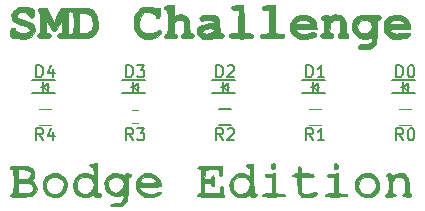
<source format=gto>
G04 #@! TF.FileFunction,Legend,Top*
%FSLAX46Y46*%
G04 Gerber Fmt 4.6, Leading zero omitted, Abs format (unit mm)*
G04 Created by KiCad (PCBNEW 4.0.7) date 07/09/18 10:37:14*
%MOMM*%
%LPD*%
G01*
G04 APERTURE LIST*
%ADD10C,0.100000*%
%ADD11C,0.010000*%
%ADD12C,0.150000*%
%ADD13C,0.120000*%
G04 APERTURE END LIST*
D10*
D11*
G36*
X180788167Y-98031313D02*
X181015571Y-98056393D01*
X181313808Y-98078439D01*
X181574722Y-98090954D01*
X181832840Y-98102451D01*
X181980584Y-98123261D01*
X182048663Y-98165382D01*
X182067788Y-98240810D01*
X182068611Y-98283889D01*
X182029789Y-98429290D01*
X181909861Y-98482824D01*
X181845181Y-98497351D01*
X181800990Y-98534702D01*
X181773387Y-98618005D01*
X181758473Y-98770387D01*
X181752349Y-99014979D01*
X181751115Y-99374909D01*
X181751111Y-99424438D01*
X181743992Y-99881457D01*
X181717629Y-100220939D01*
X181664515Y-100465971D01*
X181577145Y-100639637D01*
X181448009Y-100765024D01*
X181284937Y-100858027D01*
X181083033Y-100921800D01*
X180831837Y-100957835D01*
X180572354Y-100966091D01*
X180345587Y-100946527D01*
X180192542Y-100899101D01*
X180153848Y-100859167D01*
X180129240Y-100715342D01*
X180197407Y-100619124D01*
X180374356Y-100560070D01*
X180660527Y-100528711D01*
X180989205Y-100485258D01*
X181198083Y-100397606D01*
X181304579Y-100254475D01*
X181327778Y-100096619D01*
X181300081Y-100000673D01*
X181192743Y-100000493D01*
X181169028Y-100007017D01*
X180852500Y-100083640D01*
X180609370Y-100096377D01*
X180386481Y-100043762D01*
X180242952Y-99981475D01*
X179949966Y-99776401D01*
X179760783Y-99513052D01*
X179668767Y-99215155D01*
X179668028Y-99060849D01*
X180084205Y-99060849D01*
X180097529Y-99151721D01*
X180235139Y-99410826D01*
X180441685Y-99572965D01*
X180684893Y-99630261D01*
X180932488Y-99574839D01*
X181145117Y-99407364D01*
X181284065Y-99210474D01*
X181318359Y-99042060D01*
X181255375Y-98844795D01*
X181225272Y-98784212D01*
X181045782Y-98571589D01*
X180802739Y-98463893D01*
X180535951Y-98476424D01*
X180477784Y-98496934D01*
X180276435Y-98637180D01*
X180135836Y-98841349D01*
X180084205Y-99060849D01*
X179668028Y-99060849D01*
X179667287Y-98906436D01*
X179749709Y-98610622D01*
X179909400Y-98351441D01*
X180139725Y-98152619D01*
X180434052Y-98037883D01*
X180785747Y-98030959D01*
X180788167Y-98031313D01*
X180788167Y-98031313D01*
G37*
X180788167Y-98031313D02*
X181015571Y-98056393D01*
X181313808Y-98078439D01*
X181574722Y-98090954D01*
X181832840Y-98102451D01*
X181980584Y-98123261D01*
X182048663Y-98165382D01*
X182067788Y-98240810D01*
X182068611Y-98283889D01*
X182029789Y-98429290D01*
X181909861Y-98482824D01*
X181845181Y-98497351D01*
X181800990Y-98534702D01*
X181773387Y-98618005D01*
X181758473Y-98770387D01*
X181752349Y-99014979D01*
X181751115Y-99374909D01*
X181751111Y-99424438D01*
X181743992Y-99881457D01*
X181717629Y-100220939D01*
X181664515Y-100465971D01*
X181577145Y-100639637D01*
X181448009Y-100765024D01*
X181284937Y-100858027D01*
X181083033Y-100921800D01*
X180831837Y-100957835D01*
X180572354Y-100966091D01*
X180345587Y-100946527D01*
X180192542Y-100899101D01*
X180153848Y-100859167D01*
X180129240Y-100715342D01*
X180197407Y-100619124D01*
X180374356Y-100560070D01*
X180660527Y-100528711D01*
X180989205Y-100485258D01*
X181198083Y-100397606D01*
X181304579Y-100254475D01*
X181327778Y-100096619D01*
X181300081Y-100000673D01*
X181192743Y-100000493D01*
X181169028Y-100007017D01*
X180852500Y-100083640D01*
X180609370Y-100096377D01*
X180386481Y-100043762D01*
X180242952Y-99981475D01*
X179949966Y-99776401D01*
X179760783Y-99513052D01*
X179668767Y-99215155D01*
X179668028Y-99060849D01*
X180084205Y-99060849D01*
X180097529Y-99151721D01*
X180235139Y-99410826D01*
X180441685Y-99572965D01*
X180684893Y-99630261D01*
X180932488Y-99574839D01*
X181145117Y-99407364D01*
X181284065Y-99210474D01*
X181318359Y-99042060D01*
X181255375Y-98844795D01*
X181225272Y-98784212D01*
X181045782Y-98571589D01*
X180802739Y-98463893D01*
X180535951Y-98476424D01*
X180477784Y-98496934D01*
X180276435Y-98637180D01*
X180135836Y-98841349D01*
X180084205Y-99060849D01*
X179668028Y-99060849D01*
X179667287Y-98906436D01*
X179749709Y-98610622D01*
X179909400Y-98351441D01*
X180139725Y-98152619D01*
X180434052Y-98037883D01*
X180785747Y-98030959D01*
X180788167Y-98031313D01*
G36*
X151748658Y-97389655D02*
X151788138Y-97393104D01*
X152056843Y-97414278D01*
X152296830Y-97428915D01*
X152418922Y-97433152D01*
X152584479Y-97474146D01*
X152683602Y-97617523D01*
X152688186Y-97629297D01*
X152731216Y-97834589D01*
X152718470Y-98035797D01*
X152663609Y-98206436D01*
X152580294Y-98320019D01*
X152482183Y-98350063D01*
X152382939Y-98270080D01*
X152369226Y-98247709D01*
X152265279Y-98100013D01*
X152138624Y-97952897D01*
X151951941Y-97831542D01*
X151732864Y-97792012D01*
X151520626Y-97826557D01*
X151354460Y-97927426D01*
X151273596Y-98086868D01*
X151271111Y-98124278D01*
X151296728Y-98253289D01*
X151389625Y-98350784D01*
X151573873Y-98432066D01*
X151873542Y-98512442D01*
X151886192Y-98515375D01*
X152306800Y-98646410D01*
X152596645Y-98818226D01*
X152761795Y-99037108D01*
X152808318Y-99309346D01*
X152791656Y-99453676D01*
X152677493Y-99707841D01*
X152460241Y-99911060D01*
X152173012Y-100049297D01*
X151848916Y-100108514D01*
X151521065Y-100074671D01*
X151412222Y-100038511D01*
X151203457Y-99996727D01*
X151052095Y-100003883D01*
X150885142Y-100003223D01*
X150787511Y-99959289D01*
X150727192Y-99822012D01*
X150707731Y-99614252D01*
X150727158Y-99397909D01*
X150783506Y-99234880D01*
X150811601Y-99201857D01*
X150951062Y-99148701D01*
X151076497Y-99188322D01*
X151130000Y-99300729D01*
X151192744Y-99440206D01*
X151355575Y-99545016D01*
X151580391Y-99609060D01*
X151829090Y-99626237D01*
X152063568Y-99590448D01*
X152245723Y-99495593D01*
X152260506Y-99481716D01*
X152350091Y-99319094D01*
X152312599Y-99165407D01*
X152160581Y-99050006D01*
X152062824Y-99019397D01*
X151594843Y-98901276D01*
X151252310Y-98775479D01*
X151019605Y-98630889D01*
X150881108Y-98456391D01*
X150821197Y-98240868D01*
X150815707Y-98131909D01*
X150834138Y-97937162D01*
X150909020Y-97783917D01*
X151069735Y-97614039D01*
X151084186Y-97600731D01*
X151240173Y-97465823D01*
X151366823Y-97396320D01*
X151518273Y-97376253D01*
X151748658Y-97389655D01*
X151748658Y-97389655D01*
G37*
X151748658Y-97389655D02*
X151788138Y-97393104D01*
X152056843Y-97414278D01*
X152296830Y-97428915D01*
X152418922Y-97433152D01*
X152584479Y-97474146D01*
X152683602Y-97617523D01*
X152688186Y-97629297D01*
X152731216Y-97834589D01*
X152718470Y-98035797D01*
X152663609Y-98206436D01*
X152580294Y-98320019D01*
X152482183Y-98350063D01*
X152382939Y-98270080D01*
X152369226Y-98247709D01*
X152265279Y-98100013D01*
X152138624Y-97952897D01*
X151951941Y-97831542D01*
X151732864Y-97792012D01*
X151520626Y-97826557D01*
X151354460Y-97927426D01*
X151273596Y-98086868D01*
X151271111Y-98124278D01*
X151296728Y-98253289D01*
X151389625Y-98350784D01*
X151573873Y-98432066D01*
X151873542Y-98512442D01*
X151886192Y-98515375D01*
X152306800Y-98646410D01*
X152596645Y-98818226D01*
X152761795Y-99037108D01*
X152808318Y-99309346D01*
X152791656Y-99453676D01*
X152677493Y-99707841D01*
X152460241Y-99911060D01*
X152173012Y-100049297D01*
X151848916Y-100108514D01*
X151521065Y-100074671D01*
X151412222Y-100038511D01*
X151203457Y-99996727D01*
X151052095Y-100003883D01*
X150885142Y-100003223D01*
X150787511Y-99959289D01*
X150727192Y-99822012D01*
X150707731Y-99614252D01*
X150727158Y-99397909D01*
X150783506Y-99234880D01*
X150811601Y-99201857D01*
X150951062Y-99148701D01*
X151076497Y-99188322D01*
X151130000Y-99300729D01*
X151192744Y-99440206D01*
X151355575Y-99545016D01*
X151580391Y-99609060D01*
X151829090Y-99626237D01*
X152063568Y-99590448D01*
X152245723Y-99495593D01*
X152260506Y-99481716D01*
X152350091Y-99319094D01*
X152312599Y-99165407D01*
X152160581Y-99050006D01*
X152062824Y-99019397D01*
X151594843Y-98901276D01*
X151252310Y-98775479D01*
X151019605Y-98630889D01*
X150881108Y-98456391D01*
X150821197Y-98240868D01*
X150815707Y-98131909D01*
X150834138Y-97937162D01*
X150909020Y-97783917D01*
X151069735Y-97614039D01*
X151084186Y-97600731D01*
X151240173Y-97465823D01*
X151366823Y-97396320D01*
X151518273Y-97376253D01*
X151748658Y-97389655D01*
G36*
X162383611Y-97412576D02*
X162676172Y-97421703D01*
X162948931Y-97434949D01*
X163124444Y-97447854D01*
X163371389Y-97472500D01*
X163371389Y-97895833D01*
X163366311Y-98132886D01*
X163342987Y-98263569D01*
X163289279Y-98322493D01*
X163215133Y-98341386D01*
X163085924Y-98321672D01*
X163016445Y-98193996D01*
X163012838Y-98180173D01*
X162902820Y-98001391D01*
X162698916Y-97862725D01*
X162447911Y-97793184D01*
X162383611Y-97790000D01*
X162071959Y-97852625D01*
X161826442Y-98031258D01*
X161658002Y-98312038D01*
X161577581Y-98681103D01*
X161572222Y-98817845D01*
X161589741Y-99045716D01*
X161662704Y-99213708D01*
X161812111Y-99384556D01*
X161971888Y-99527501D01*
X162119495Y-99598935D01*
X162317419Y-99622822D01*
X162437596Y-99624444D01*
X162729987Y-99602380D01*
X162936663Y-99527718D01*
X163009150Y-99478170D01*
X163203520Y-99372038D01*
X163360274Y-99373153D01*
X163452556Y-99478849D01*
X163462689Y-99523225D01*
X163419607Y-99696676D01*
X163250676Y-99861279D01*
X162971062Y-100002867D01*
X162935087Y-100016112D01*
X162534751Y-100104612D01*
X162144882Y-100068105D01*
X161971227Y-100015417D01*
X161605068Y-99823738D01*
X161348098Y-99546468D01*
X161197510Y-99179197D01*
X161150438Y-98727127D01*
X161204685Y-98276187D01*
X161357834Y-97897144D01*
X161600967Y-97610540D01*
X161652195Y-97571353D01*
X161806670Y-97477952D01*
X161970150Y-97428227D01*
X162192668Y-97411316D01*
X162383611Y-97412576D01*
X162383611Y-97412576D01*
G37*
X162383611Y-97412576D02*
X162676172Y-97421703D01*
X162948931Y-97434949D01*
X163124444Y-97447854D01*
X163371389Y-97472500D01*
X163371389Y-97895833D01*
X163366311Y-98132886D01*
X163342987Y-98263569D01*
X163289279Y-98322493D01*
X163215133Y-98341386D01*
X163085924Y-98321672D01*
X163016445Y-98193996D01*
X163012838Y-98180173D01*
X162902820Y-98001391D01*
X162698916Y-97862725D01*
X162447911Y-97793184D01*
X162383611Y-97790000D01*
X162071959Y-97852625D01*
X161826442Y-98031258D01*
X161658002Y-98312038D01*
X161577581Y-98681103D01*
X161572222Y-98817845D01*
X161589741Y-99045716D01*
X161662704Y-99213708D01*
X161812111Y-99384556D01*
X161971888Y-99527501D01*
X162119495Y-99598935D01*
X162317419Y-99622822D01*
X162437596Y-99624444D01*
X162729987Y-99602380D01*
X162936663Y-99527718D01*
X163009150Y-99478170D01*
X163203520Y-99372038D01*
X163360274Y-99373153D01*
X163452556Y-99478849D01*
X163462689Y-99523225D01*
X163419607Y-99696676D01*
X163250676Y-99861279D01*
X162971062Y-100002867D01*
X162935087Y-100016112D01*
X162534751Y-100104612D01*
X162144882Y-100068105D01*
X161971227Y-100015417D01*
X161605068Y-99823738D01*
X161348098Y-99546468D01*
X161197510Y-99179197D01*
X161150438Y-98727127D01*
X161204685Y-98276187D01*
X161357834Y-97897144D01*
X161600967Y-97610540D01*
X161652195Y-97571353D01*
X161806670Y-97477952D01*
X161970150Y-97428227D01*
X162192668Y-97411316D01*
X162383611Y-97412576D01*
G36*
X167801571Y-98049999D02*
X168000334Y-98088018D01*
X168154850Y-98166469D01*
X168181122Y-98185281D01*
X168277510Y-98266223D01*
X168339240Y-98357878D01*
X168376716Y-98494603D01*
X168400339Y-98710752D01*
X168416111Y-98961392D01*
X168435738Y-99261996D01*
X168458837Y-99449572D01*
X168493520Y-99552126D01*
X168547893Y-99597667D01*
X168604173Y-99610931D01*
X168755537Y-99684852D01*
X168810349Y-99819714D01*
X168758117Y-99954923D01*
X168634584Y-100019849D01*
X168395604Y-100046009D01*
X168245372Y-100045798D01*
X167926058Y-100048867D01*
X167588332Y-100067857D01*
X167428333Y-100083780D01*
X167183432Y-100104038D01*
X167013656Y-100081848D01*
X166856386Y-100005404D01*
X166793333Y-99964071D01*
X166607046Y-99797437D01*
X166529041Y-99608085D01*
X166524523Y-99572535D01*
X166534279Y-99478477D01*
X166943398Y-99478477D01*
X167005107Y-99574403D01*
X167093194Y-99620507D01*
X167325748Y-99655115D01*
X167629597Y-99597511D01*
X167798750Y-99539594D01*
X167949589Y-99438694D01*
X167992778Y-99333662D01*
X167972466Y-99255400D01*
X167889367Y-99215396D01*
X167710233Y-99201813D01*
X167620421Y-99201111D01*
X167348847Y-99225658D01*
X167133398Y-99289682D01*
X166992205Y-99378763D01*
X166943398Y-99478477D01*
X166534279Y-99478477D01*
X166555491Y-99273980D01*
X166706540Y-99039373D01*
X166968674Y-98875637D01*
X167332901Y-98789692D01*
X167556979Y-98778041D01*
X167801479Y-98772640D01*
X167933449Y-98751500D01*
X167981254Y-98706672D01*
X167980312Y-98659380D01*
X167891023Y-98543537D01*
X167693835Y-98482100D01*
X167413064Y-98480168D01*
X167241599Y-98504466D01*
X166969716Y-98541510D01*
X166807992Y-98523546D01*
X166734170Y-98444341D01*
X166722778Y-98359141D01*
X166785839Y-98207049D01*
X166976437Y-98104633D01*
X167296693Y-98051039D01*
X167510844Y-98042229D01*
X167801571Y-98049999D01*
X167801571Y-98049999D01*
G37*
X167801571Y-98049999D02*
X168000334Y-98088018D01*
X168154850Y-98166469D01*
X168181122Y-98185281D01*
X168277510Y-98266223D01*
X168339240Y-98357878D01*
X168376716Y-98494603D01*
X168400339Y-98710752D01*
X168416111Y-98961392D01*
X168435738Y-99261996D01*
X168458837Y-99449572D01*
X168493520Y-99552126D01*
X168547893Y-99597667D01*
X168604173Y-99610931D01*
X168755537Y-99684852D01*
X168810349Y-99819714D01*
X168758117Y-99954923D01*
X168634584Y-100019849D01*
X168395604Y-100046009D01*
X168245372Y-100045798D01*
X167926058Y-100048867D01*
X167588332Y-100067857D01*
X167428333Y-100083780D01*
X167183432Y-100104038D01*
X167013656Y-100081848D01*
X166856386Y-100005404D01*
X166793333Y-99964071D01*
X166607046Y-99797437D01*
X166529041Y-99608085D01*
X166524523Y-99572535D01*
X166534279Y-99478477D01*
X166943398Y-99478477D01*
X167005107Y-99574403D01*
X167093194Y-99620507D01*
X167325748Y-99655115D01*
X167629597Y-99597511D01*
X167798750Y-99539594D01*
X167949589Y-99438694D01*
X167992778Y-99333662D01*
X167972466Y-99255400D01*
X167889367Y-99215396D01*
X167710233Y-99201813D01*
X167620421Y-99201111D01*
X167348847Y-99225658D01*
X167133398Y-99289682D01*
X166992205Y-99378763D01*
X166943398Y-99478477D01*
X166534279Y-99478477D01*
X166555491Y-99273980D01*
X166706540Y-99039373D01*
X166968674Y-98875637D01*
X167332901Y-98789692D01*
X167556979Y-98778041D01*
X167801479Y-98772640D01*
X167933449Y-98751500D01*
X167981254Y-98706672D01*
X167980312Y-98659380D01*
X167891023Y-98543537D01*
X167693835Y-98482100D01*
X167413064Y-98480168D01*
X167241599Y-98504466D01*
X166969716Y-98541510D01*
X166807992Y-98523546D01*
X166734170Y-98444341D01*
X166722778Y-98359141D01*
X166785839Y-98207049D01*
X166976437Y-98104633D01*
X167296693Y-98051039D01*
X167510844Y-98042229D01*
X167801571Y-98049999D01*
G36*
X175995983Y-98126175D02*
X176156158Y-98210418D01*
X176409546Y-98440528D01*
X176578127Y-98774243D01*
X176637637Y-99009521D01*
X176686815Y-99271667D01*
X174812069Y-99271667D01*
X174971018Y-99440861D01*
X175153965Y-99576819D01*
X175393786Y-99640088D01*
X175715943Y-99634265D01*
X176016736Y-99588643D01*
X176274957Y-99546220D01*
X176433629Y-99539924D01*
X176529838Y-99570606D01*
X176567346Y-99601314D01*
X176638043Y-99736037D01*
X176577809Y-99857446D01*
X176396615Y-99959863D01*
X176104436Y-100037612D01*
X175718611Y-100084500D01*
X175446117Y-100089432D01*
X175195702Y-100070355D01*
X175073141Y-100045624D01*
X174886631Y-99948431D01*
X174690206Y-99788966D01*
X174635649Y-99731627D01*
X174438149Y-99422784D01*
X174364585Y-99109766D01*
X174399195Y-98808340D01*
X174408291Y-98788713D01*
X174907222Y-98788713D01*
X174972362Y-98815655D01*
X175146192Y-98836260D01*
X175396322Y-98847310D01*
X175506944Y-98848333D01*
X175790180Y-98840771D01*
X175997378Y-98820244D01*
X176100327Y-98789995D01*
X176106667Y-98779404D01*
X176044105Y-98674207D01*
X175886346Y-98573385D01*
X175678276Y-98498296D01*
X175464785Y-98470296D01*
X175457291Y-98470444D01*
X175241118Y-98510710D01*
X175049646Y-98602904D01*
X174928010Y-98720911D01*
X174907222Y-98788713D01*
X174408291Y-98788713D01*
X174526221Y-98534273D01*
X174729902Y-98303332D01*
X174994479Y-98131285D01*
X175304191Y-98033898D01*
X175643279Y-98026939D01*
X175995983Y-98126175D01*
X175995983Y-98126175D01*
G37*
X175995983Y-98126175D02*
X176156158Y-98210418D01*
X176409546Y-98440528D01*
X176578127Y-98774243D01*
X176637637Y-99009521D01*
X176686815Y-99271667D01*
X174812069Y-99271667D01*
X174971018Y-99440861D01*
X175153965Y-99576819D01*
X175393786Y-99640088D01*
X175715943Y-99634265D01*
X176016736Y-99588643D01*
X176274957Y-99546220D01*
X176433629Y-99539924D01*
X176529838Y-99570606D01*
X176567346Y-99601314D01*
X176638043Y-99736037D01*
X176577809Y-99857446D01*
X176396615Y-99959863D01*
X176104436Y-100037612D01*
X175718611Y-100084500D01*
X175446117Y-100089432D01*
X175195702Y-100070355D01*
X175073141Y-100045624D01*
X174886631Y-99948431D01*
X174690206Y-99788966D01*
X174635649Y-99731627D01*
X174438149Y-99422784D01*
X174364585Y-99109766D01*
X174399195Y-98808340D01*
X174408291Y-98788713D01*
X174907222Y-98788713D01*
X174972362Y-98815655D01*
X175146192Y-98836260D01*
X175396322Y-98847310D01*
X175506944Y-98848333D01*
X175790180Y-98840771D01*
X175997378Y-98820244D01*
X176100327Y-98789995D01*
X176106667Y-98779404D01*
X176044105Y-98674207D01*
X175886346Y-98573385D01*
X175678276Y-98498296D01*
X175464785Y-98470296D01*
X175457291Y-98470444D01*
X175241118Y-98510710D01*
X175049646Y-98602904D01*
X174928010Y-98720911D01*
X174907222Y-98788713D01*
X174408291Y-98788713D01*
X174526221Y-98534273D01*
X174729902Y-98303332D01*
X174994479Y-98131285D01*
X175304191Y-98033898D01*
X175643279Y-98026939D01*
X175995983Y-98126175D01*
G36*
X183659935Y-98036705D02*
X183995612Y-98155908D01*
X184273829Y-98373650D01*
X184470212Y-98677520D01*
X184552513Y-98977914D01*
X184591913Y-99271667D01*
X183700679Y-99271667D01*
X183296959Y-99276073D01*
X183023335Y-99291795D01*
X182868997Y-99322584D01*
X182823133Y-99372193D01*
X182874931Y-99444376D01*
X182980541Y-99521631D01*
X183160190Y-99602685D01*
X183398601Y-99638193D01*
X183723119Y-99629974D01*
X184060576Y-99593469D01*
X184306936Y-99566626D01*
X184448746Y-99569943D01*
X184520141Y-99607523D01*
X184544719Y-99651646D01*
X184547866Y-99796294D01*
X184428794Y-99911985D01*
X184180071Y-100004319D01*
X184031733Y-100038171D01*
X183654674Y-100099696D01*
X183362467Y-100107912D01*
X183108353Y-100060408D01*
X182899096Y-99979775D01*
X182591196Y-99770180D01*
X182394830Y-99476890D01*
X182317103Y-99111112D01*
X182316083Y-99060000D01*
X182362715Y-98768221D01*
X182825695Y-98768221D01*
X182907469Y-98815701D01*
X183112551Y-98840801D01*
X183449443Y-98848329D01*
X183460480Y-98848333D01*
X184111515Y-98848333D01*
X183926270Y-98663089D01*
X183685430Y-98514274D01*
X183394623Y-98468541D01*
X183104515Y-98530050D01*
X182998057Y-98586892D01*
X182858725Y-98693554D01*
X182825695Y-98768221D01*
X182362715Y-98768221D01*
X182374527Y-98694317D01*
X182552491Y-98401010D01*
X182853924Y-98174025D01*
X182913690Y-98143546D01*
X183291170Y-98028448D01*
X183659935Y-98036705D01*
X183659935Y-98036705D01*
G37*
X183659935Y-98036705D02*
X183995612Y-98155908D01*
X184273829Y-98373650D01*
X184470212Y-98677520D01*
X184552513Y-98977914D01*
X184591913Y-99271667D01*
X183700679Y-99271667D01*
X183296959Y-99276073D01*
X183023335Y-99291795D01*
X182868997Y-99322584D01*
X182823133Y-99372193D01*
X182874931Y-99444376D01*
X182980541Y-99521631D01*
X183160190Y-99602685D01*
X183398601Y-99638193D01*
X183723119Y-99629974D01*
X184060576Y-99593469D01*
X184306936Y-99566626D01*
X184448746Y-99569943D01*
X184520141Y-99607523D01*
X184544719Y-99651646D01*
X184547866Y-99796294D01*
X184428794Y-99911985D01*
X184180071Y-100004319D01*
X184031733Y-100038171D01*
X183654674Y-100099696D01*
X183362467Y-100107912D01*
X183108353Y-100060408D01*
X182899096Y-99979775D01*
X182591196Y-99770180D01*
X182394830Y-99476890D01*
X182317103Y-99111112D01*
X182316083Y-99060000D01*
X182362715Y-98768221D01*
X182825695Y-98768221D01*
X182907469Y-98815701D01*
X183112551Y-98840801D01*
X183449443Y-98848329D01*
X183460480Y-98848333D01*
X184111515Y-98848333D01*
X183926270Y-98663089D01*
X183685430Y-98514274D01*
X183394623Y-98468541D01*
X183104515Y-98530050D01*
X182998057Y-98586892D01*
X182858725Y-98693554D01*
X182825695Y-98768221D01*
X182362715Y-98768221D01*
X182374527Y-98694317D01*
X182552491Y-98401010D01*
X182853924Y-98174025D01*
X182913690Y-98143546D01*
X183291170Y-98028448D01*
X183659935Y-98036705D01*
G36*
X154117328Y-98087666D02*
X154418343Y-98738109D01*
X154696810Y-98093657D01*
X154975278Y-97449205D01*
X156130113Y-97443845D01*
X156637428Y-97445745D01*
X157025577Y-97461063D01*
X157316334Y-97496229D01*
X157531470Y-97557676D01*
X157692758Y-97651833D01*
X157821970Y-97785134D01*
X157940879Y-97964009D01*
X157951393Y-97981835D01*
X158087312Y-98321292D01*
X158145001Y-98709873D01*
X158123463Y-99097204D01*
X158021698Y-99432914D01*
X157981604Y-99506128D01*
X157853417Y-99683891D01*
X157703897Y-99818539D01*
X157512601Y-99915637D01*
X157259090Y-99980750D01*
X156922922Y-100019446D01*
X156483655Y-100037288D01*
X156020000Y-100040232D01*
X155554681Y-100036582D01*
X155212297Y-100027484D01*
X154974729Y-100011503D01*
X154823860Y-99987201D01*
X154741569Y-99953140D01*
X154724619Y-99937469D01*
X154671065Y-99792978D01*
X154735340Y-99675361D01*
X154894764Y-99624524D01*
X154902508Y-99624444D01*
X154987966Y-99619552D01*
X155040361Y-99586513D01*
X155067453Y-99497790D01*
X155077004Y-99325842D01*
X155076778Y-99043129D01*
X155076512Y-99007083D01*
X155074608Y-98751438D01*
X155575000Y-98751438D01*
X155577050Y-99116747D01*
X155585372Y-99364469D01*
X155603223Y-99518097D01*
X155633857Y-99601123D01*
X155680532Y-99637038D01*
X155698472Y-99642212D01*
X155866693Y-99636260D01*
X155945417Y-99609626D01*
X155998773Y-99566742D01*
X156034370Y-99483868D01*
X156055634Y-99336194D01*
X156065994Y-99098909D01*
X156068878Y-98747204D01*
X156068889Y-98716065D01*
X156067647Y-98361636D01*
X156060729Y-98122354D01*
X156043345Y-97972256D01*
X156010707Y-97885380D01*
X155984350Y-97860556D01*
X156492222Y-97860556D01*
X156492222Y-99624444D01*
X156721528Y-99624051D01*
X156951675Y-99603670D01*
X157198641Y-99554741D01*
X157213336Y-99550753D01*
X157462075Y-99438159D01*
X157614260Y-99253359D01*
X157683683Y-98974535D01*
X157691667Y-98793853D01*
X157654302Y-98406377D01*
X157535729Y-98130333D01*
X157326231Y-97955491D01*
X157016091Y-97871621D01*
X156805129Y-97860556D01*
X156492222Y-97860556D01*
X155984350Y-97860556D01*
X155958025Y-97835763D01*
X155901155Y-97806781D01*
X155777294Y-97766408D01*
X155688771Y-97786886D01*
X155629936Y-97884581D01*
X155595137Y-98075861D01*
X155578723Y-98377091D01*
X155575000Y-98751438D01*
X155074608Y-98751438D01*
X155071912Y-98389722D01*
X154833742Y-98901250D01*
X154707101Y-99160804D01*
X154611577Y-99315270D01*
X154525767Y-99390534D01*
X154428269Y-99412483D01*
X154410833Y-99412778D01*
X154309630Y-99396744D01*
X154223414Y-99331386D01*
X154130782Y-99190817D01*
X154010334Y-98949150D01*
X153987925Y-98901250D01*
X153749754Y-98389722D01*
X153745155Y-99007083D01*
X153744369Y-99302606D01*
X153752571Y-99484564D01*
X153777524Y-99580495D01*
X153826990Y-99617939D01*
X153908731Y-99624436D01*
X153919159Y-99624444D01*
X154082868Y-99672240D01*
X154149349Y-99789508D01*
X154097264Y-99937075D01*
X154092587Y-99942843D01*
X153965284Y-100011640D01*
X153755881Y-100048590D01*
X153511518Y-100054530D01*
X153279332Y-100030295D01*
X153106459Y-99976721D01*
X153047016Y-99924306D01*
X153008996Y-99761293D01*
X153064736Y-99649436D01*
X153146713Y-99624444D01*
X153195353Y-99559502D01*
X153229938Y-99385677D01*
X153250717Y-99134470D01*
X153257934Y-98837384D01*
X153251837Y-98525918D01*
X153232672Y-98231575D01*
X153200687Y-97985857D01*
X153156126Y-97820265D01*
X153132276Y-97780545D01*
X153042725Y-97627026D01*
X153084822Y-97515965D01*
X153254315Y-97451834D01*
X153458720Y-97437222D01*
X153816313Y-97437222D01*
X154117328Y-98087666D01*
X154117328Y-98087666D01*
G37*
X154117328Y-98087666D02*
X154418343Y-98738109D01*
X154696810Y-98093657D01*
X154975278Y-97449205D01*
X156130113Y-97443845D01*
X156637428Y-97445745D01*
X157025577Y-97461063D01*
X157316334Y-97496229D01*
X157531470Y-97557676D01*
X157692758Y-97651833D01*
X157821970Y-97785134D01*
X157940879Y-97964009D01*
X157951393Y-97981835D01*
X158087312Y-98321292D01*
X158145001Y-98709873D01*
X158123463Y-99097204D01*
X158021698Y-99432914D01*
X157981604Y-99506128D01*
X157853417Y-99683891D01*
X157703897Y-99818539D01*
X157512601Y-99915637D01*
X157259090Y-99980750D01*
X156922922Y-100019446D01*
X156483655Y-100037288D01*
X156020000Y-100040232D01*
X155554681Y-100036582D01*
X155212297Y-100027484D01*
X154974729Y-100011503D01*
X154823860Y-99987201D01*
X154741569Y-99953140D01*
X154724619Y-99937469D01*
X154671065Y-99792978D01*
X154735340Y-99675361D01*
X154894764Y-99624524D01*
X154902508Y-99624444D01*
X154987966Y-99619552D01*
X155040361Y-99586513D01*
X155067453Y-99497790D01*
X155077004Y-99325842D01*
X155076778Y-99043129D01*
X155076512Y-99007083D01*
X155074608Y-98751438D01*
X155575000Y-98751438D01*
X155577050Y-99116747D01*
X155585372Y-99364469D01*
X155603223Y-99518097D01*
X155633857Y-99601123D01*
X155680532Y-99637038D01*
X155698472Y-99642212D01*
X155866693Y-99636260D01*
X155945417Y-99609626D01*
X155998773Y-99566742D01*
X156034370Y-99483868D01*
X156055634Y-99336194D01*
X156065994Y-99098909D01*
X156068878Y-98747204D01*
X156068889Y-98716065D01*
X156067647Y-98361636D01*
X156060729Y-98122354D01*
X156043345Y-97972256D01*
X156010707Y-97885380D01*
X155984350Y-97860556D01*
X156492222Y-97860556D01*
X156492222Y-99624444D01*
X156721528Y-99624051D01*
X156951675Y-99603670D01*
X157198641Y-99554741D01*
X157213336Y-99550753D01*
X157462075Y-99438159D01*
X157614260Y-99253359D01*
X157683683Y-98974535D01*
X157691667Y-98793853D01*
X157654302Y-98406377D01*
X157535729Y-98130333D01*
X157326231Y-97955491D01*
X157016091Y-97871621D01*
X156805129Y-97860556D01*
X156492222Y-97860556D01*
X155984350Y-97860556D01*
X155958025Y-97835763D01*
X155901155Y-97806781D01*
X155777294Y-97766408D01*
X155688771Y-97786886D01*
X155629936Y-97884581D01*
X155595137Y-98075861D01*
X155578723Y-98377091D01*
X155575000Y-98751438D01*
X155074608Y-98751438D01*
X155071912Y-98389722D01*
X154833742Y-98901250D01*
X154707101Y-99160804D01*
X154611577Y-99315270D01*
X154525767Y-99390534D01*
X154428269Y-99412483D01*
X154410833Y-99412778D01*
X154309630Y-99396744D01*
X154223414Y-99331386D01*
X154130782Y-99190817D01*
X154010334Y-98949150D01*
X153987925Y-98901250D01*
X153749754Y-98389722D01*
X153745155Y-99007083D01*
X153744369Y-99302606D01*
X153752571Y-99484564D01*
X153777524Y-99580495D01*
X153826990Y-99617939D01*
X153908731Y-99624436D01*
X153919159Y-99624444D01*
X154082868Y-99672240D01*
X154149349Y-99789508D01*
X154097264Y-99937075D01*
X154092587Y-99942843D01*
X153965284Y-100011640D01*
X153755881Y-100048590D01*
X153511518Y-100054530D01*
X153279332Y-100030295D01*
X153106459Y-99976721D01*
X153047016Y-99924306D01*
X153008996Y-99761293D01*
X153064736Y-99649436D01*
X153146713Y-99624444D01*
X153195353Y-99559502D01*
X153229938Y-99385677D01*
X153250717Y-99134470D01*
X153257934Y-98837384D01*
X153251837Y-98525918D01*
X153232672Y-98231575D01*
X153200687Y-97985857D01*
X153156126Y-97820265D01*
X153132276Y-97780545D01*
X153042725Y-97627026D01*
X153084822Y-97515965D01*
X153254315Y-97451834D01*
X153458720Y-97437222D01*
X153816313Y-97437222D01*
X154117328Y-98087666D01*
G36*
X164535555Y-98131403D02*
X164792281Y-98060518D01*
X165139850Y-98021621D01*
X165457821Y-98092245D01*
X165707387Y-98263549D01*
X165794271Y-98374269D01*
X165845212Y-98500349D01*
X165869407Y-98682022D01*
X165876055Y-98959523D01*
X165876111Y-99001493D01*
X165878910Y-99281031D01*
X165893478Y-99452182D01*
X165929077Y-99547648D01*
X165994965Y-99600130D01*
X166052500Y-99624444D01*
X166183669Y-99705459D01*
X166228889Y-99784976D01*
X166175844Y-99927249D01*
X166010422Y-100013121D01*
X165723190Y-100046895D01*
X165652816Y-100047778D01*
X165402047Y-100037174D01*
X165256910Y-99999360D01*
X165183101Y-99925327D01*
X165182572Y-99924306D01*
X165144217Y-99755235D01*
X165215621Y-99647541D01*
X165317546Y-99624444D01*
X165389779Y-99609148D01*
X165430500Y-99542987D01*
X165448274Y-99395554D01*
X165451697Y-99148194D01*
X165442181Y-98890426D01*
X165418359Y-98681711D01*
X165387349Y-98571991D01*
X165262629Y-98492667D01*
X165064935Y-98478155D01*
X164845862Y-98526971D01*
X164717507Y-98591256D01*
X164617062Y-98671554D01*
X164562234Y-98773046D01*
X164539573Y-98937720D01*
X164535555Y-99159231D01*
X164541249Y-99408389D01*
X164564935Y-99550774D01*
X164616524Y-99620495D01*
X164676667Y-99644888D01*
X164787428Y-99729775D01*
X164813933Y-99862671D01*
X164750931Y-99979493D01*
X164706174Y-100004951D01*
X164559378Y-100030700D01*
X164335504Y-100040976D01*
X164096796Y-100036060D01*
X163905498Y-100016237D01*
X163847639Y-100001050D01*
X163767474Y-99908584D01*
X163772007Y-99775653D01*
X163851654Y-99666779D01*
X163900555Y-99644888D01*
X163956705Y-99621696D01*
X163995615Y-99571461D01*
X164020426Y-99471564D01*
X164034277Y-99299384D01*
X164040310Y-99032300D01*
X164041665Y-98647692D01*
X164041667Y-98628438D01*
X164040431Y-98238872D01*
X164034756Y-97968733D01*
X164021684Y-97796342D01*
X163998260Y-97700023D01*
X163961528Y-97658097D01*
X163908533Y-97648889D01*
X163908104Y-97648889D01*
X163774896Y-97595493D01*
X163730498Y-97534113D01*
X163728069Y-97380306D01*
X163851735Y-97276734D01*
X164093896Y-97228484D01*
X164191417Y-97225556D01*
X164535555Y-97225556D01*
X164535555Y-98131403D01*
X164535555Y-98131403D01*
G37*
X164535555Y-98131403D02*
X164792281Y-98060518D01*
X165139850Y-98021621D01*
X165457821Y-98092245D01*
X165707387Y-98263549D01*
X165794271Y-98374269D01*
X165845212Y-98500349D01*
X165869407Y-98682022D01*
X165876055Y-98959523D01*
X165876111Y-99001493D01*
X165878910Y-99281031D01*
X165893478Y-99452182D01*
X165929077Y-99547648D01*
X165994965Y-99600130D01*
X166052500Y-99624444D01*
X166183669Y-99705459D01*
X166228889Y-99784976D01*
X166175844Y-99927249D01*
X166010422Y-100013121D01*
X165723190Y-100046895D01*
X165652816Y-100047778D01*
X165402047Y-100037174D01*
X165256910Y-99999360D01*
X165183101Y-99925327D01*
X165182572Y-99924306D01*
X165144217Y-99755235D01*
X165215621Y-99647541D01*
X165317546Y-99624444D01*
X165389779Y-99609148D01*
X165430500Y-99542987D01*
X165448274Y-99395554D01*
X165451697Y-99148194D01*
X165442181Y-98890426D01*
X165418359Y-98681711D01*
X165387349Y-98571991D01*
X165262629Y-98492667D01*
X165064935Y-98478155D01*
X164845862Y-98526971D01*
X164717507Y-98591256D01*
X164617062Y-98671554D01*
X164562234Y-98773046D01*
X164539573Y-98937720D01*
X164535555Y-99159231D01*
X164541249Y-99408389D01*
X164564935Y-99550774D01*
X164616524Y-99620495D01*
X164676667Y-99644888D01*
X164787428Y-99729775D01*
X164813933Y-99862671D01*
X164750931Y-99979493D01*
X164706174Y-100004951D01*
X164559378Y-100030700D01*
X164335504Y-100040976D01*
X164096796Y-100036060D01*
X163905498Y-100016237D01*
X163847639Y-100001050D01*
X163767474Y-99908584D01*
X163772007Y-99775653D01*
X163851654Y-99666779D01*
X163900555Y-99644888D01*
X163956705Y-99621696D01*
X163995615Y-99571461D01*
X164020426Y-99471564D01*
X164034277Y-99299384D01*
X164040310Y-99032300D01*
X164041665Y-98647692D01*
X164041667Y-98628438D01*
X164040431Y-98238872D01*
X164034756Y-97968733D01*
X164021684Y-97796342D01*
X163998260Y-97700023D01*
X163961528Y-97658097D01*
X163908533Y-97648889D01*
X163908104Y-97648889D01*
X163774896Y-97595493D01*
X163730498Y-97534113D01*
X163728069Y-97380306D01*
X163851735Y-97276734D01*
X164093896Y-97228484D01*
X164191417Y-97225556D01*
X164535555Y-97225556D01*
X164535555Y-98131403D01*
G36*
X170478141Y-98404305D02*
X170497500Y-99589167D01*
X170871595Y-99610620D01*
X171142183Y-99651642D01*
X171283132Y-99734722D01*
X171291769Y-99857437D01*
X171237587Y-99942843D01*
X171126856Y-99991735D01*
X170909715Y-100027139D01*
X170620218Y-100049054D01*
X170292420Y-100057480D01*
X169960377Y-100052418D01*
X169658142Y-100033866D01*
X169419770Y-100001826D01*
X169279317Y-99956297D01*
X169263523Y-99942843D01*
X169196669Y-99798928D01*
X169263626Y-99693287D01*
X169461724Y-99628342D01*
X169629516Y-99610620D01*
X170003611Y-99589167D01*
X170023214Y-98623180D01*
X170042817Y-97657194D01*
X169740992Y-97635403D01*
X169550511Y-97612206D01*
X169462789Y-97562602D01*
X169439481Y-97461412D01*
X169439167Y-97437222D01*
X169446974Y-97345848D01*
X169490547Y-97291370D01*
X169600109Y-97262105D01*
X169805882Y-97246369D01*
X169948974Y-97240138D01*
X170458782Y-97219444D01*
X170478141Y-98404305D01*
X170478141Y-98404305D01*
G37*
X170478141Y-98404305D02*
X170497500Y-99589167D01*
X170871595Y-99610620D01*
X171142183Y-99651642D01*
X171283132Y-99734722D01*
X171291769Y-99857437D01*
X171237587Y-99942843D01*
X171126856Y-99991735D01*
X170909715Y-100027139D01*
X170620218Y-100049054D01*
X170292420Y-100057480D01*
X169960377Y-100052418D01*
X169658142Y-100033866D01*
X169419770Y-100001826D01*
X169279317Y-99956297D01*
X169263523Y-99942843D01*
X169196669Y-99798928D01*
X169263626Y-99693287D01*
X169461724Y-99628342D01*
X169629516Y-99610620D01*
X170003611Y-99589167D01*
X170023214Y-98623180D01*
X170042817Y-97657194D01*
X169740992Y-97635403D01*
X169550511Y-97612206D01*
X169462789Y-97562602D01*
X169439481Y-97461412D01*
X169439167Y-97437222D01*
X169446974Y-97345848D01*
X169490547Y-97291370D01*
X169600109Y-97262105D01*
X169805882Y-97246369D01*
X169948974Y-97240138D01*
X170458782Y-97219444D01*
X170478141Y-98404305D01*
G36*
X173143333Y-99617070D02*
X173513089Y-99638396D01*
X173740151Y-99661813D01*
X173860224Y-99707197D01*
X173907157Y-99787743D01*
X173908087Y-99792379D01*
X173907921Y-99890948D01*
X173851597Y-99960795D01*
X173720716Y-100006527D01*
X173496880Y-100032749D01*
X173161689Y-100044065D01*
X172896389Y-100045617D01*
X172558106Y-100040801D01*
X172267220Y-100027697D01*
X172055227Y-100008321D01*
X171954585Y-99985326D01*
X171886225Y-99873620D01*
X171884691Y-99792379D01*
X171929143Y-99709951D01*
X172045220Y-99663276D01*
X172266771Y-99639158D01*
X172279688Y-99638396D01*
X172649444Y-99617070D01*
X172649444Y-97648889D01*
X172365008Y-97648889D01*
X172143355Y-97616091D01*
X172031838Y-97526828D01*
X172042469Y-97394797D01*
X172085746Y-97330490D01*
X172197873Y-97266271D01*
X172413576Y-97232761D01*
X172658083Y-97225556D01*
X173143333Y-97225556D01*
X173143333Y-99617070D01*
X173143333Y-99617070D01*
G37*
X173143333Y-99617070D02*
X173513089Y-99638396D01*
X173740151Y-99661813D01*
X173860224Y-99707197D01*
X173907157Y-99787743D01*
X173908087Y-99792379D01*
X173907921Y-99890948D01*
X173851597Y-99960795D01*
X173720716Y-100006527D01*
X173496880Y-100032749D01*
X173161689Y-100044065D01*
X172896389Y-100045617D01*
X172558106Y-100040801D01*
X172267220Y-100027697D01*
X172055227Y-100008321D01*
X171954585Y-99985326D01*
X171886225Y-99873620D01*
X171884691Y-99792379D01*
X171929143Y-99709951D01*
X172045220Y-99663276D01*
X172266771Y-99639158D01*
X172279688Y-99638396D01*
X172649444Y-99617070D01*
X172649444Y-97648889D01*
X172365008Y-97648889D01*
X172143355Y-97616091D01*
X172031838Y-97526828D01*
X172042469Y-97394797D01*
X172085746Y-97330490D01*
X172197873Y-97266271D01*
X172413576Y-97232761D01*
X172658083Y-97225556D01*
X173143333Y-97225556D01*
X173143333Y-99617070D01*
G36*
X178472397Y-98032196D02*
X178686750Y-98104961D01*
X178905736Y-98255543D01*
X179050312Y-98500072D01*
X179125860Y-98851103D01*
X179140555Y-99163567D01*
X179147025Y-99419200D01*
X179170859Y-99561820D01*
X179218698Y-99619115D01*
X179251075Y-99624444D01*
X179331050Y-99670142D01*
X179339270Y-99818472D01*
X179318851Y-99926018D01*
X179265854Y-99984032D01*
X179145238Y-100007769D01*
X178921960Y-100012487D01*
X178893611Y-100012500D01*
X178658541Y-100008813D01*
X178529523Y-99987582D01*
X178471515Y-99933552D01*
X178449476Y-99831465D01*
X178447952Y-99818472D01*
X178456764Y-99668837D01*
X178536147Y-99624444D01*
X178593894Y-99600058D01*
X178627849Y-99509184D01*
X178643543Y-99325251D01*
X178646667Y-99093531D01*
X178643767Y-98821846D01*
X178628119Y-98657414D01*
X178589301Y-98566394D01*
X178516892Y-98514947D01*
X178461469Y-98492207D01*
X178288098Y-98460931D01*
X178094178Y-98512945D01*
X178020497Y-98546870D01*
X177884632Y-98619375D01*
X177806399Y-98696372D01*
X177767507Y-98817616D01*
X177749670Y-99022858D01*
X177743859Y-99148194D01*
X177736500Y-99401574D01*
X177747390Y-99544939D01*
X177784107Y-99608981D01*
X177854229Y-99624393D01*
X177861452Y-99624444D01*
X178000939Y-99674430D01*
X178038256Y-99805455D01*
X177999650Y-99924306D01*
X177926420Y-99998775D01*
X177782228Y-100036929D01*
X177532773Y-100047777D01*
X177529406Y-100047778D01*
X177292746Y-100033859D01*
X177109104Y-99997956D01*
X177038000Y-99963111D01*
X176957657Y-99817166D01*
X177013743Y-99691017D01*
X177129722Y-99624444D01*
X177220327Y-99580352D01*
X177273086Y-99511283D01*
X177298162Y-99383257D01*
X177305717Y-99162294D01*
X177306111Y-99034697D01*
X177302201Y-98763718D01*
X177284922Y-98601931D01*
X177245954Y-98517507D01*
X177176973Y-98478617D01*
X177159418Y-98473652D01*
X177047104Y-98397731D01*
X177035946Y-98271396D01*
X177069699Y-98169381D01*
X177159213Y-98115456D01*
X177343296Y-98089546D01*
X177394305Y-98085995D01*
X177594507Y-98086456D01*
X177713003Y-98113332D01*
X177729444Y-98134728D01*
X177782365Y-98155571D01*
X177912340Y-98109447D01*
X177923472Y-98103750D01*
X178192184Y-98013216D01*
X178472397Y-98032196D01*
X178472397Y-98032196D01*
G37*
X178472397Y-98032196D02*
X178686750Y-98104961D01*
X178905736Y-98255543D01*
X179050312Y-98500072D01*
X179125860Y-98851103D01*
X179140555Y-99163567D01*
X179147025Y-99419200D01*
X179170859Y-99561820D01*
X179218698Y-99619115D01*
X179251075Y-99624444D01*
X179331050Y-99670142D01*
X179339270Y-99818472D01*
X179318851Y-99926018D01*
X179265854Y-99984032D01*
X179145238Y-100007769D01*
X178921960Y-100012487D01*
X178893611Y-100012500D01*
X178658541Y-100008813D01*
X178529523Y-99987582D01*
X178471515Y-99933552D01*
X178449476Y-99831465D01*
X178447952Y-99818472D01*
X178456764Y-99668837D01*
X178536147Y-99624444D01*
X178593894Y-99600058D01*
X178627849Y-99509184D01*
X178643543Y-99325251D01*
X178646667Y-99093531D01*
X178643767Y-98821846D01*
X178628119Y-98657414D01*
X178589301Y-98566394D01*
X178516892Y-98514947D01*
X178461469Y-98492207D01*
X178288098Y-98460931D01*
X178094178Y-98512945D01*
X178020497Y-98546870D01*
X177884632Y-98619375D01*
X177806399Y-98696372D01*
X177767507Y-98817616D01*
X177749670Y-99022858D01*
X177743859Y-99148194D01*
X177736500Y-99401574D01*
X177747390Y-99544939D01*
X177784107Y-99608981D01*
X177854229Y-99624393D01*
X177861452Y-99624444D01*
X178000939Y-99674430D01*
X178038256Y-99805455D01*
X177999650Y-99924306D01*
X177926420Y-99998775D01*
X177782228Y-100036929D01*
X177532773Y-100047777D01*
X177529406Y-100047778D01*
X177292746Y-100033859D01*
X177109104Y-99997956D01*
X177038000Y-99963111D01*
X176957657Y-99817166D01*
X177013743Y-99691017D01*
X177129722Y-99624444D01*
X177220327Y-99580352D01*
X177273086Y-99511283D01*
X177298162Y-99383257D01*
X177305717Y-99162294D01*
X177306111Y-99034697D01*
X177302201Y-98763718D01*
X177284922Y-98601931D01*
X177245954Y-98517507D01*
X177176973Y-98478617D01*
X177159418Y-98473652D01*
X177047104Y-98397731D01*
X177035946Y-98271396D01*
X177069699Y-98169381D01*
X177159213Y-98115456D01*
X177343296Y-98089546D01*
X177394305Y-98085995D01*
X177594507Y-98086456D01*
X177713003Y-98113332D01*
X177729444Y-98134728D01*
X177782365Y-98155571D01*
X177912340Y-98109447D01*
X177923472Y-98103750D01*
X178192184Y-98013216D01*
X178472397Y-98032196D01*
D12*
X184350000Y-104140000D02*
X184500000Y-104140000D01*
X183800000Y-104140000D02*
X184000000Y-104140000D01*
X184050000Y-104140000D02*
X184350000Y-103790000D01*
X184350000Y-103790000D02*
X184350000Y-104490000D01*
X184350000Y-104490000D02*
X183950000Y-104140000D01*
X183950000Y-104140000D02*
X184000000Y-104140000D01*
X183950000Y-103740000D02*
X183950000Y-104490000D01*
X183050000Y-104690000D02*
X184950000Y-104690000D01*
X183050000Y-103590000D02*
X184950000Y-103590000D01*
X169110000Y-104140000D02*
X169260000Y-104140000D01*
X168560000Y-104140000D02*
X168760000Y-104140000D01*
X168810000Y-104140000D02*
X169110000Y-103790000D01*
X169110000Y-103790000D02*
X169110000Y-104490000D01*
X169110000Y-104490000D02*
X168710000Y-104140000D01*
X168710000Y-104140000D02*
X168760000Y-104140000D01*
X168710000Y-103740000D02*
X168710000Y-104490000D01*
X167810000Y-104690000D02*
X169710000Y-104690000D01*
X167810000Y-103590000D02*
X169710000Y-103590000D01*
X153870000Y-104140000D02*
X154020000Y-104140000D01*
X153320000Y-104140000D02*
X153520000Y-104140000D01*
X153570000Y-104140000D02*
X153870000Y-103790000D01*
X153870000Y-103790000D02*
X153870000Y-104490000D01*
X153870000Y-104490000D02*
X153470000Y-104140000D01*
X153470000Y-104140000D02*
X153520000Y-104140000D01*
X153470000Y-103740000D02*
X153470000Y-104490000D01*
X152570000Y-104690000D02*
X154470000Y-104690000D01*
X152570000Y-103590000D02*
X154470000Y-103590000D01*
X169410000Y-107355000D02*
X168410000Y-107355000D01*
X168410000Y-106005000D02*
X169410000Y-106005000D01*
X161490000Y-104140000D02*
X161640000Y-104140000D01*
X160940000Y-104140000D02*
X161140000Y-104140000D01*
X161190000Y-104140000D02*
X161490000Y-103790000D01*
X161490000Y-103790000D02*
X161490000Y-104490000D01*
X161490000Y-104490000D02*
X161090000Y-104140000D01*
X161090000Y-104140000D02*
X161140000Y-104140000D01*
X161090000Y-103740000D02*
X161090000Y-104490000D01*
X160190000Y-104690000D02*
X162090000Y-104690000D01*
X160190000Y-103590000D02*
X162090000Y-103590000D01*
X176730000Y-104140000D02*
X176880000Y-104140000D01*
X176180000Y-104140000D02*
X176380000Y-104140000D01*
X176430000Y-104140000D02*
X176730000Y-103790000D01*
X176730000Y-103790000D02*
X176730000Y-104490000D01*
X176730000Y-104490000D02*
X176330000Y-104140000D01*
X176330000Y-104140000D02*
X176380000Y-104140000D01*
X176330000Y-103740000D02*
X176330000Y-104490000D01*
X175430000Y-104690000D02*
X177330000Y-104690000D01*
X175430000Y-103590000D02*
X177330000Y-103590000D01*
D11*
G36*
X159960671Y-111501310D02*
X160113740Y-111569200D01*
X160242325Y-111640973D01*
X160305155Y-111626941D01*
X160328755Y-111580959D01*
X160422191Y-111508314D01*
X160590382Y-111479474D01*
X160773667Y-111495286D01*
X160912389Y-111556593D01*
X160927971Y-111572464D01*
X160969698Y-111684942D01*
X160885363Y-111750091D01*
X160792198Y-111760000D01*
X160744264Y-111773346D01*
X160709483Y-111827213D01*
X160684870Y-111942347D01*
X160667441Y-112139495D01*
X160654213Y-112439400D01*
X160644062Y-112789867D01*
X160617432Y-113819733D01*
X160388158Y-114024589D01*
X160250150Y-114134805D01*
X160115130Y-114196571D01*
X159934903Y-114223559D01*
X159666109Y-114229445D01*
X159398116Y-114223197D01*
X159244867Y-114200736D01*
X159180395Y-114156484D01*
X159173333Y-114123612D01*
X159208894Y-114059090D01*
X159333269Y-114026300D01*
X159551874Y-114017778D01*
X159904426Y-113978627D01*
X160143414Y-113858827D01*
X160273440Y-113654861D01*
X160302222Y-113444212D01*
X160297790Y-113267530D01*
X160269474Y-113207347D01*
X160194746Y-113239059D01*
X160145412Y-113272944D01*
X159922480Y-113358901D01*
X159634182Y-113378580D01*
X159338854Y-113333606D01*
X159123842Y-113244523D01*
X158873960Y-113018032D01*
X158727738Y-112727575D01*
X158696064Y-112488945D01*
X158971479Y-112488945D01*
X159039880Y-112724465D01*
X159184253Y-112919872D01*
X159384162Y-113055286D01*
X159619173Y-113110830D01*
X159868850Y-113066624D01*
X160104334Y-112910967D01*
X160267267Y-112666730D01*
X160311864Y-112386646D01*
X160237617Y-112111780D01*
X160116212Y-111946010D01*
X159869918Y-111787507D01*
X159594021Y-111747949D01*
X159327815Y-111826081D01*
X159144327Y-111977080D01*
X158999483Y-112233191D01*
X158971479Y-112488945D01*
X158696064Y-112488945D01*
X158684867Y-112404595D01*
X158745037Y-112080535D01*
X158907940Y-111786836D01*
X159140249Y-111575686D01*
X159380962Y-111483817D01*
X159676618Y-111458877D01*
X159960671Y-111501310D01*
X159960671Y-111501310D01*
G37*
X159960671Y-111501310D02*
X160113740Y-111569200D01*
X160242325Y-111640973D01*
X160305155Y-111626941D01*
X160328755Y-111580959D01*
X160422191Y-111508314D01*
X160590382Y-111479474D01*
X160773667Y-111495286D01*
X160912389Y-111556593D01*
X160927971Y-111572464D01*
X160969698Y-111684942D01*
X160885363Y-111750091D01*
X160792198Y-111760000D01*
X160744264Y-111773346D01*
X160709483Y-111827213D01*
X160684870Y-111942347D01*
X160667441Y-112139495D01*
X160654213Y-112439400D01*
X160644062Y-112789867D01*
X160617432Y-113819733D01*
X160388158Y-114024589D01*
X160250150Y-114134805D01*
X160115130Y-114196571D01*
X159934903Y-114223559D01*
X159666109Y-114229445D01*
X159398116Y-114223197D01*
X159244867Y-114200736D01*
X159180395Y-114156484D01*
X159173333Y-114123612D01*
X159208894Y-114059090D01*
X159333269Y-114026300D01*
X159551874Y-114017778D01*
X159904426Y-113978627D01*
X160143414Y-113858827D01*
X160273440Y-113654861D01*
X160302222Y-113444212D01*
X160297790Y-113267530D01*
X160269474Y-113207347D01*
X160194746Y-113239059D01*
X160145412Y-113272944D01*
X159922480Y-113358901D01*
X159634182Y-113378580D01*
X159338854Y-113333606D01*
X159123842Y-113244523D01*
X158873960Y-113018032D01*
X158727738Y-112727575D01*
X158696064Y-112488945D01*
X158971479Y-112488945D01*
X159039880Y-112724465D01*
X159184253Y-112919872D01*
X159384162Y-113055286D01*
X159619173Y-113110830D01*
X159868850Y-113066624D01*
X160104334Y-112910967D01*
X160267267Y-112666730D01*
X160311864Y-112386646D01*
X160237617Y-112111780D01*
X160116212Y-111946010D01*
X159869918Y-111787507D01*
X159594021Y-111747949D01*
X159327815Y-111826081D01*
X159144327Y-111977080D01*
X158999483Y-112233191D01*
X158971479Y-112488945D01*
X158696064Y-112488945D01*
X158684867Y-112404595D01*
X158745037Y-112080535D01*
X158907940Y-111786836D01*
X159140249Y-111575686D01*
X159380962Y-111483817D01*
X159676618Y-111458877D01*
X159960671Y-111501310D01*
G36*
X154672335Y-111465820D02*
X154992516Y-111578911D01*
X155258814Y-111783998D01*
X155446176Y-112066566D01*
X155529549Y-112412101D01*
X155531581Y-112478142D01*
X155468503Y-112834472D01*
X155296297Y-113132251D01*
X155040500Y-113355080D01*
X154726652Y-113486562D01*
X154380292Y-113510296D01*
X154058055Y-113424290D01*
X153760039Y-113225269D01*
X153558498Y-112954789D01*
X153454795Y-112641646D01*
X153452681Y-112488097D01*
X153740555Y-112488097D01*
X153756856Y-112703996D01*
X153827004Y-112857344D01*
X153982872Y-113016457D01*
X153989955Y-113022691D01*
X154272849Y-113199378D01*
X154564333Y-113236097D01*
X154857804Y-113141853D01*
X155085336Y-112953341D01*
X155211876Y-112698019D01*
X155232508Y-112412432D01*
X155142314Y-112133123D01*
X155015983Y-111966240D01*
X154847724Y-111829162D01*
X154665671Y-111769933D01*
X154481389Y-111760000D01*
X154243562Y-111779585D01*
X154072117Y-111856731D01*
X153946795Y-111966240D01*
X153806057Y-112141502D01*
X153748012Y-112333341D01*
X153740555Y-112488097D01*
X153452681Y-112488097D01*
X153450292Y-112314635D01*
X153546352Y-112002552D01*
X153744335Y-111734195D01*
X153970525Y-111573685D01*
X154323320Y-111459240D01*
X154672335Y-111465820D01*
X154672335Y-111465820D01*
G37*
X154672335Y-111465820D02*
X154992516Y-111578911D01*
X155258814Y-111783998D01*
X155446176Y-112066566D01*
X155529549Y-112412101D01*
X155531581Y-112478142D01*
X155468503Y-112834472D01*
X155296297Y-113132251D01*
X155040500Y-113355080D01*
X154726652Y-113486562D01*
X154380292Y-113510296D01*
X154058055Y-113424290D01*
X153760039Y-113225269D01*
X153558498Y-112954789D01*
X153454795Y-112641646D01*
X153452681Y-112488097D01*
X153740555Y-112488097D01*
X153756856Y-112703996D01*
X153827004Y-112857344D01*
X153982872Y-113016457D01*
X153989955Y-113022691D01*
X154272849Y-113199378D01*
X154564333Y-113236097D01*
X154857804Y-113141853D01*
X155085336Y-112953341D01*
X155211876Y-112698019D01*
X155232508Y-112412432D01*
X155142314Y-112133123D01*
X155015983Y-111966240D01*
X154847724Y-111829162D01*
X154665671Y-111769933D01*
X154481389Y-111760000D01*
X154243562Y-111779585D01*
X154072117Y-111856731D01*
X153946795Y-111966240D01*
X153806057Y-112141502D01*
X153748012Y-112333341D01*
X153740555Y-112488097D01*
X153452681Y-112488097D01*
X153450292Y-112314635D01*
X153546352Y-112002552D01*
X153744335Y-111734195D01*
X153970525Y-111573685D01*
X154323320Y-111459240D01*
X154672335Y-111465820D01*
G36*
X158044444Y-113171112D02*
X158220833Y-113171112D01*
X158359151Y-113204184D01*
X158397222Y-113312223D01*
X158376448Y-113400406D01*
X158290187Y-113442105D01*
X158102531Y-113453280D01*
X158079722Y-113453334D01*
X157869754Y-113439233D01*
X157774472Y-113391631D01*
X157762222Y-113348537D01*
X157740896Y-113292621D01*
X157657597Y-113313016D01*
X157532917Y-113383551D01*
X157207704Y-113503145D01*
X156853286Y-113498734D01*
X156580856Y-113407850D01*
X156308258Y-113200163D01*
X156124199Y-112909255D01*
X156041964Y-112571271D01*
X156051997Y-112464767D01*
X156351111Y-112464767D01*
X156383728Y-112770323D01*
X156493314Y-112982704D01*
X156688024Y-113131685D01*
X156977522Y-113233460D01*
X157239371Y-113200833D01*
X157492342Y-113030879D01*
X157522333Y-113001778D01*
X157715407Y-112729035D01*
X157775714Y-112442765D01*
X157702599Y-112163197D01*
X157555983Y-111966240D01*
X157304917Y-111799242D01*
X157033341Y-111751135D01*
X156771742Y-111809304D01*
X156550606Y-111961135D01*
X156400421Y-112194014D01*
X156351111Y-112464767D01*
X156051997Y-112464767D01*
X156074834Y-112222359D01*
X156108516Y-112122483D01*
X156307172Y-111782059D01*
X156575457Y-111555312D01*
X156895609Y-111449968D01*
X157249868Y-111473754D01*
X157444888Y-111541138D01*
X157762222Y-111681510D01*
X157762222Y-111340348D01*
X157754067Y-111131097D01*
X157716866Y-111020857D01*
X157631513Y-110967880D01*
X157585833Y-110954916D01*
X157437439Y-110887211D01*
X157409619Y-110803388D01*
X157485944Y-110721133D01*
X157649986Y-110658134D01*
X157885318Y-110632077D01*
X157885694Y-110632075D01*
X158044444Y-110631112D01*
X158044444Y-113171112D01*
X158044444Y-113171112D01*
G37*
X158044444Y-113171112D02*
X158220833Y-113171112D01*
X158359151Y-113204184D01*
X158397222Y-113312223D01*
X158376448Y-113400406D01*
X158290187Y-113442105D01*
X158102531Y-113453280D01*
X158079722Y-113453334D01*
X157869754Y-113439233D01*
X157774472Y-113391631D01*
X157762222Y-113348537D01*
X157740896Y-113292621D01*
X157657597Y-113313016D01*
X157532917Y-113383551D01*
X157207704Y-113503145D01*
X156853286Y-113498734D01*
X156580856Y-113407850D01*
X156308258Y-113200163D01*
X156124199Y-112909255D01*
X156041964Y-112571271D01*
X156051997Y-112464767D01*
X156351111Y-112464767D01*
X156383728Y-112770323D01*
X156493314Y-112982704D01*
X156688024Y-113131685D01*
X156977522Y-113233460D01*
X157239371Y-113200833D01*
X157492342Y-113030879D01*
X157522333Y-113001778D01*
X157715407Y-112729035D01*
X157775714Y-112442765D01*
X157702599Y-112163197D01*
X157555983Y-111966240D01*
X157304917Y-111799242D01*
X157033341Y-111751135D01*
X156771742Y-111809304D01*
X156550606Y-111961135D01*
X156400421Y-112194014D01*
X156351111Y-112464767D01*
X156051997Y-112464767D01*
X156074834Y-112222359D01*
X156108516Y-112122483D01*
X156307172Y-111782059D01*
X156575457Y-111555312D01*
X156895609Y-111449968D01*
X157249868Y-111473754D01*
X157444888Y-111541138D01*
X157762222Y-111681510D01*
X157762222Y-111340348D01*
X157754067Y-111131097D01*
X157716866Y-111020857D01*
X157631513Y-110967880D01*
X157585833Y-110954916D01*
X157437439Y-110887211D01*
X157409619Y-110803388D01*
X157485944Y-110721133D01*
X157649986Y-110658134D01*
X157885318Y-110632077D01*
X157885694Y-110632075D01*
X158044444Y-110631112D01*
X158044444Y-113171112D01*
G36*
X162771468Y-111505840D02*
X163067033Y-111676504D01*
X163140726Y-111743718D01*
X163268646Y-111915996D01*
X163374026Y-112133965D01*
X163439347Y-112349374D01*
X163447088Y-112513975D01*
X163433450Y-112549856D01*
X163353407Y-112571513D01*
X163160490Y-112589367D01*
X162882924Y-112601661D01*
X162548930Y-112606638D01*
X162520558Y-112606667D01*
X162148208Y-112612010D01*
X161866219Y-112627104D01*
X161692333Y-112650545D01*
X161642778Y-112676109D01*
X161686222Y-112768175D01*
X161794781Y-112913877D01*
X161839094Y-112965268D01*
X162101247Y-113158718D01*
X162425871Y-113233597D01*
X162795837Y-113187852D01*
X163020562Y-113106962D01*
X163251439Y-113027158D01*
X163408250Y-113017354D01*
X163472397Y-113074658D01*
X163441203Y-113172311D01*
X163281631Y-113314658D01*
X163024951Y-113422286D01*
X162712410Y-113488223D01*
X162385255Y-113505498D01*
X162084734Y-113467142D01*
X161954294Y-113423601D01*
X161675711Y-113230269D01*
X161460545Y-112936030D01*
X161363048Y-112688921D01*
X161331704Y-112351169D01*
X161380423Y-112177444D01*
X161685778Y-112177444D01*
X161702301Y-112217099D01*
X161783386Y-112239965D01*
X161951455Y-112250646D01*
X162228927Y-112253743D01*
X162381129Y-112253889D01*
X162685787Y-112248208D01*
X162930000Y-112232841D01*
X163084671Y-112210306D01*
X163124444Y-112189606D01*
X163074998Y-112107272D01*
X162951875Y-111981482D01*
X162907364Y-111942661D01*
X162641066Y-111796750D01*
X162345116Y-111756519D01*
X162058581Y-111816291D01*
X161820530Y-111970391D01*
X161711397Y-112116397D01*
X161685778Y-112177444D01*
X161380423Y-112177444D01*
X161416393Y-112049184D01*
X161594005Y-111795253D01*
X161841429Y-111601665D01*
X162135555Y-111480708D01*
X162453271Y-111444671D01*
X162771468Y-111505840D01*
X162771468Y-111505840D01*
G37*
X162771468Y-111505840D02*
X163067033Y-111676504D01*
X163140726Y-111743718D01*
X163268646Y-111915996D01*
X163374026Y-112133965D01*
X163439347Y-112349374D01*
X163447088Y-112513975D01*
X163433450Y-112549856D01*
X163353407Y-112571513D01*
X163160490Y-112589367D01*
X162882924Y-112601661D01*
X162548930Y-112606638D01*
X162520558Y-112606667D01*
X162148208Y-112612010D01*
X161866219Y-112627104D01*
X161692333Y-112650545D01*
X161642778Y-112676109D01*
X161686222Y-112768175D01*
X161794781Y-112913877D01*
X161839094Y-112965268D01*
X162101247Y-113158718D01*
X162425871Y-113233597D01*
X162795837Y-113187852D01*
X163020562Y-113106962D01*
X163251439Y-113027158D01*
X163408250Y-113017354D01*
X163472397Y-113074658D01*
X163441203Y-113172311D01*
X163281631Y-113314658D01*
X163024951Y-113422286D01*
X162712410Y-113488223D01*
X162385255Y-113505498D01*
X162084734Y-113467142D01*
X161954294Y-113423601D01*
X161675711Y-113230269D01*
X161460545Y-112936030D01*
X161363048Y-112688921D01*
X161331704Y-112351169D01*
X161380423Y-112177444D01*
X161685778Y-112177444D01*
X161702301Y-112217099D01*
X161783386Y-112239965D01*
X161951455Y-112250646D01*
X162228927Y-112253743D01*
X162381129Y-112253889D01*
X162685787Y-112248208D01*
X162930000Y-112232841D01*
X163084671Y-112210306D01*
X163124444Y-112189606D01*
X163074998Y-112107272D01*
X162951875Y-111981482D01*
X162907364Y-111942661D01*
X162641066Y-111796750D01*
X162345116Y-111756519D01*
X162058581Y-111816291D01*
X161820530Y-111970391D01*
X161711397Y-112116397D01*
X161685778Y-112177444D01*
X161380423Y-112177444D01*
X161416393Y-112049184D01*
X161594005Y-111795253D01*
X161841429Y-111601665D01*
X162135555Y-111480708D01*
X162453271Y-111444671D01*
X162771468Y-111505840D01*
G36*
X171273611Y-110666389D02*
X171292859Y-111914054D01*
X171300288Y-112360787D01*
X171308543Y-112686142D01*
X171320363Y-112909837D01*
X171338486Y-113051593D01*
X171365651Y-113131128D01*
X171404597Y-113168161D01*
X171458063Y-113182414D01*
X171469248Y-113184054D01*
X171610442Y-113233954D01*
X171633502Y-113308832D01*
X171552306Y-113383823D01*
X171380734Y-113434059D01*
X171326528Y-113439752D01*
X171130657Y-113442060D01*
X171041776Y-113405350D01*
X171026667Y-113351557D01*
X170999512Y-113254108D01*
X170910987Y-113272691D01*
X170803631Y-113357789D01*
X170597896Y-113463849D01*
X170321802Y-113506273D01*
X170031740Y-113483442D01*
X169784103Y-113393737D01*
X169773661Y-113387351D01*
X169493383Y-113139182D01*
X169323480Y-112835128D01*
X169284726Y-112622373D01*
X169550858Y-112622373D01*
X169585371Y-112765273D01*
X169691286Y-112905812D01*
X169775928Y-112992817D01*
X170020896Y-113181426D01*
X170263950Y-113238032D01*
X170536307Y-113167797D01*
X170612395Y-113131148D01*
X170814900Y-112957173D01*
X170951653Y-112707104D01*
X170996192Y-112437250D01*
X170983495Y-112341490D01*
X170903383Y-112156685D01*
X170769888Y-111967753D01*
X170757433Y-111954028D01*
X170591599Y-111817860D01*
X170394740Y-111764613D01*
X170276567Y-111760000D01*
X169957798Y-111813661D01*
X169730962Y-111974345D01*
X169596548Y-112241605D01*
X169564375Y-112413062D01*
X169550858Y-112622373D01*
X169284726Y-112622373D01*
X169263044Y-112503348D01*
X169311167Y-112172004D01*
X169466942Y-111869253D01*
X169729462Y-111623258D01*
X169832443Y-111562892D01*
X170188110Y-111445998D01*
X170530949Y-111468710D01*
X170794879Y-111588831D01*
X170924727Y-111664188D01*
X170988906Y-111689445D01*
X171010453Y-111625947D01*
X171024124Y-111463604D01*
X171026667Y-111336667D01*
X171019378Y-111125318D01*
X170988077Y-111019896D01*
X170918609Y-110985561D01*
X170883341Y-110983889D01*
X170750488Y-110936673D01*
X170688503Y-110830619D01*
X170721598Y-110719121D01*
X170751802Y-110693804D01*
X170890637Y-110652865D01*
X171061944Y-110648008D01*
X171273611Y-110666389D01*
X171273611Y-110666389D01*
G37*
X171273611Y-110666389D02*
X171292859Y-111914054D01*
X171300288Y-112360787D01*
X171308543Y-112686142D01*
X171320363Y-112909837D01*
X171338486Y-113051593D01*
X171365651Y-113131128D01*
X171404597Y-113168161D01*
X171458063Y-113182414D01*
X171469248Y-113184054D01*
X171610442Y-113233954D01*
X171633502Y-113308832D01*
X171552306Y-113383823D01*
X171380734Y-113434059D01*
X171326528Y-113439752D01*
X171130657Y-113442060D01*
X171041776Y-113405350D01*
X171026667Y-113351557D01*
X170999512Y-113254108D01*
X170910987Y-113272691D01*
X170803631Y-113357789D01*
X170597896Y-113463849D01*
X170321802Y-113506273D01*
X170031740Y-113483442D01*
X169784103Y-113393737D01*
X169773661Y-113387351D01*
X169493383Y-113139182D01*
X169323480Y-112835128D01*
X169284726Y-112622373D01*
X169550858Y-112622373D01*
X169585371Y-112765273D01*
X169691286Y-112905812D01*
X169775928Y-112992817D01*
X170020896Y-113181426D01*
X170263950Y-113238032D01*
X170536307Y-113167797D01*
X170612395Y-113131148D01*
X170814900Y-112957173D01*
X170951653Y-112707104D01*
X170996192Y-112437250D01*
X170983495Y-112341490D01*
X170903383Y-112156685D01*
X170769888Y-111967753D01*
X170757433Y-111954028D01*
X170591599Y-111817860D01*
X170394740Y-111764613D01*
X170276567Y-111760000D01*
X169957798Y-111813661D01*
X169730962Y-111974345D01*
X169596548Y-112241605D01*
X169564375Y-112413062D01*
X169550858Y-112622373D01*
X169284726Y-112622373D01*
X169263044Y-112503348D01*
X169311167Y-112172004D01*
X169466942Y-111869253D01*
X169729462Y-111623258D01*
X169832443Y-111562892D01*
X170188110Y-111445998D01*
X170530949Y-111468710D01*
X170794879Y-111588831D01*
X170924727Y-111664188D01*
X170988906Y-111689445D01*
X171010453Y-111625947D01*
X171024124Y-111463604D01*
X171026667Y-111336667D01*
X171019378Y-111125318D01*
X170988077Y-111019896D01*
X170918609Y-110985561D01*
X170883341Y-110983889D01*
X170750488Y-110936673D01*
X170688503Y-110830619D01*
X170721598Y-110719121D01*
X170751802Y-110693804D01*
X170890637Y-110652865D01*
X171061944Y-110648008D01*
X171273611Y-110666389D01*
G36*
X175250115Y-110907647D02*
X175305891Y-111080265D01*
X175316973Y-111177917D01*
X175338669Y-111477778D01*
X175819862Y-111477778D01*
X176142208Y-111493591D01*
X176335391Y-111540349D01*
X176379637Y-111572464D01*
X176426803Y-111658938D01*
X176386174Y-111715191D01*
X176242071Y-111746755D01*
X175978818Y-111759160D01*
X175847963Y-111760000D01*
X175330555Y-111760000D01*
X175330555Y-112431791D01*
X175332336Y-112744176D01*
X175342423Y-112945213D01*
X175367933Y-113064661D01*
X175415986Y-113132278D01*
X175493699Y-113177823D01*
X175510893Y-113185749D01*
X175723863Y-113225475D01*
X176034813Y-113191465D01*
X176453523Y-113082529D01*
X176512361Y-113064083D01*
X176637109Y-113060480D01*
X176679788Y-113131234D01*
X176644580Y-113239020D01*
X176535667Y-113346512D01*
X176477083Y-113378940D01*
X176215628Y-113459414D01*
X175906069Y-113497820D01*
X175603476Y-113492308D01*
X175362915Y-113441028D01*
X175313813Y-113418013D01*
X175204745Y-113342929D01*
X175129916Y-113245297D01*
X175081797Y-113097935D01*
X175052862Y-112873659D01*
X175035583Y-112545283D01*
X175030749Y-112395781D01*
X175018847Y-112102273D01*
X174999506Y-111921330D01*
X174965431Y-111824403D01*
X174909330Y-111782946D01*
X174871944Y-111774289D01*
X174668665Y-111732958D01*
X174585640Y-111684682D01*
X174602301Y-111613464D01*
X174625693Y-111582777D01*
X174762546Y-111498308D01*
X174876527Y-111477778D01*
X174981946Y-111458872D01*
X175035549Y-111376956D01*
X175060705Y-111194234D01*
X175061915Y-111177917D01*
X175104539Y-110956474D01*
X175175135Y-110866384D01*
X175250115Y-110907647D01*
X175250115Y-110907647D01*
G37*
X175250115Y-110907647D02*
X175305891Y-111080265D01*
X175316973Y-111177917D01*
X175338669Y-111477778D01*
X175819862Y-111477778D01*
X176142208Y-111493591D01*
X176335391Y-111540349D01*
X176379637Y-111572464D01*
X176426803Y-111658938D01*
X176386174Y-111715191D01*
X176242071Y-111746755D01*
X175978818Y-111759160D01*
X175847963Y-111760000D01*
X175330555Y-111760000D01*
X175330555Y-112431791D01*
X175332336Y-112744176D01*
X175342423Y-112945213D01*
X175367933Y-113064661D01*
X175415986Y-113132278D01*
X175493699Y-113177823D01*
X175510893Y-113185749D01*
X175723863Y-113225475D01*
X176034813Y-113191465D01*
X176453523Y-113082529D01*
X176512361Y-113064083D01*
X176637109Y-113060480D01*
X176679788Y-113131234D01*
X176644580Y-113239020D01*
X176535667Y-113346512D01*
X176477083Y-113378940D01*
X176215628Y-113459414D01*
X175906069Y-113497820D01*
X175603476Y-113492308D01*
X175362915Y-113441028D01*
X175313813Y-113418013D01*
X175204745Y-113342929D01*
X175129916Y-113245297D01*
X175081797Y-113097935D01*
X175052862Y-112873659D01*
X175035583Y-112545283D01*
X175030749Y-112395781D01*
X175018847Y-112102273D01*
X174999506Y-111921330D01*
X174965431Y-111824403D01*
X174909330Y-111782946D01*
X174871944Y-111774289D01*
X174668665Y-111732958D01*
X174585640Y-111684682D01*
X174602301Y-111613464D01*
X174625693Y-111582777D01*
X174762546Y-111498308D01*
X174876527Y-111477778D01*
X174981946Y-111458872D01*
X175035549Y-111376956D01*
X175060705Y-111194234D01*
X175061915Y-111177917D01*
X175104539Y-110956474D01*
X175175135Y-110866384D01*
X175250115Y-110907647D01*
G36*
X181126228Y-111459669D02*
X181431894Y-111563254D01*
X181688754Y-111757548D01*
X181872533Y-112033301D01*
X181958956Y-112381264D01*
X181962514Y-112472761D01*
X181900782Y-112834491D01*
X181731643Y-113133261D01*
X181480132Y-113354814D01*
X181171280Y-113484896D01*
X180830122Y-113509249D01*
X180481691Y-113413617D01*
X180392337Y-113366958D01*
X180114797Y-113134316D01*
X179940807Y-112837039D01*
X179878874Y-112525903D01*
X180168209Y-112525903D01*
X180234522Y-112799239D01*
X180402628Y-113027316D01*
X180652979Y-113183562D01*
X180964417Y-113241403D01*
X181170038Y-113202809D01*
X181368956Y-113069728D01*
X181440667Y-113001778D01*
X181598241Y-112817178D01*
X181667819Y-112641626D01*
X181680555Y-112467184D01*
X181619555Y-112158015D01*
X181448821Y-111926036D01*
X181186757Y-111789328D01*
X180960848Y-111760000D01*
X180630002Y-111812106D01*
X180385599Y-111973256D01*
X180223239Y-112233883D01*
X180168209Y-112525903D01*
X179878874Y-112525903D01*
X179874939Y-112506138D01*
X179921767Y-112172621D01*
X180085863Y-111867499D01*
X180159131Y-111785647D01*
X180465572Y-111561616D01*
X180796029Y-111456040D01*
X181126228Y-111459669D01*
X181126228Y-111459669D01*
G37*
X181126228Y-111459669D02*
X181431894Y-111563254D01*
X181688754Y-111757548D01*
X181872533Y-112033301D01*
X181958956Y-112381264D01*
X181962514Y-112472761D01*
X181900782Y-112834491D01*
X181731643Y-113133261D01*
X181480132Y-113354814D01*
X181171280Y-113484896D01*
X180830122Y-113509249D01*
X180481691Y-113413617D01*
X180392337Y-113366958D01*
X180114797Y-113134316D01*
X179940807Y-112837039D01*
X179878874Y-112525903D01*
X180168209Y-112525903D01*
X180234522Y-112799239D01*
X180402628Y-113027316D01*
X180652979Y-113183562D01*
X180964417Y-113241403D01*
X181170038Y-113202809D01*
X181368956Y-113069728D01*
X181440667Y-113001778D01*
X181598241Y-112817178D01*
X181667819Y-112641626D01*
X181680555Y-112467184D01*
X181619555Y-112158015D01*
X181448821Y-111926036D01*
X181186757Y-111789328D01*
X180960848Y-111760000D01*
X180630002Y-111812106D01*
X180385599Y-111973256D01*
X180223239Y-112233883D01*
X180168209Y-112525903D01*
X179878874Y-112525903D01*
X179874939Y-112506138D01*
X179921767Y-112172621D01*
X180085863Y-111867499D01*
X180159131Y-111785647D01*
X180465572Y-111561616D01*
X180796029Y-111456040D01*
X181126228Y-111459669D01*
G36*
X151812913Y-110850356D02*
X152107317Y-110877897D01*
X152320493Y-110932614D01*
X152482096Y-111021720D01*
X152604891Y-111133982D01*
X152718371Y-111340533D01*
X152750062Y-111589914D01*
X152697306Y-111820972D01*
X152638626Y-111910304D01*
X152576243Y-111997184D01*
X152586778Y-112077607D01*
X152683334Y-112194424D01*
X152744459Y-112256425D01*
X152925057Y-112512960D01*
X152965046Y-112778322D01*
X152864367Y-113048804D01*
X152758740Y-113187637D01*
X152553036Y-113418056D01*
X151629851Y-113441302D01*
X151254468Y-113449799D01*
X150997657Y-113451021D01*
X150836946Y-113441960D01*
X150749862Y-113419612D01*
X150713931Y-113380970D01*
X150706681Y-113323029D01*
X150706667Y-113317830D01*
X150753715Y-113196166D01*
X150847778Y-113171112D01*
X151341667Y-113171112D01*
X151831621Y-113171112D01*
X152111261Y-113163371D01*
X152296605Y-113132545D01*
X152433982Y-113067223D01*
X152518102Y-113002067D01*
X152645729Y-112873093D01*
X152676717Y-112759674D01*
X152644337Y-112633150D01*
X152527429Y-112443549D01*
X152324334Y-112323158D01*
X152017184Y-112264137D01*
X151782639Y-112254929D01*
X151341667Y-112253889D01*
X151341667Y-113171112D01*
X150847778Y-113171112D01*
X150902796Y-113163987D01*
X150941290Y-113128402D01*
X150966202Y-113043044D01*
X150980470Y-112886596D01*
X150987035Y-112637745D01*
X150988837Y-112275175D01*
X150988889Y-112148056D01*
X150987906Y-111749176D01*
X150982998Y-111470089D01*
X150971224Y-111289479D01*
X150949645Y-111186034D01*
X150915321Y-111138436D01*
X150865311Y-111125373D01*
X150847778Y-111125000D01*
X151341667Y-111125000D01*
X151341667Y-111971667D01*
X151691124Y-111971667D01*
X151938750Y-111954842D01*
X152156361Y-111912391D01*
X152221983Y-111889015D01*
X152386774Y-111747217D01*
X152464260Y-111543415D01*
X152444695Y-111371044D01*
X152325152Y-111246621D01*
X152090142Y-111162589D01*
X151761314Y-111126005D01*
X151689851Y-111125000D01*
X151341667Y-111125000D01*
X150847778Y-111125000D01*
X150729858Y-111075110D01*
X150706667Y-110983889D01*
X150716404Y-110919492D01*
X150762699Y-110878341D01*
X150871171Y-110855278D01*
X151067442Y-110845146D01*
X151377132Y-110842786D01*
X151407629Y-110842778D01*
X151812913Y-110850356D01*
X151812913Y-110850356D01*
G37*
X151812913Y-110850356D02*
X152107317Y-110877897D01*
X152320493Y-110932614D01*
X152482096Y-111021720D01*
X152604891Y-111133982D01*
X152718371Y-111340533D01*
X152750062Y-111589914D01*
X152697306Y-111820972D01*
X152638626Y-111910304D01*
X152576243Y-111997184D01*
X152586778Y-112077607D01*
X152683334Y-112194424D01*
X152744459Y-112256425D01*
X152925057Y-112512960D01*
X152965046Y-112778322D01*
X152864367Y-113048804D01*
X152758740Y-113187637D01*
X152553036Y-113418056D01*
X151629851Y-113441302D01*
X151254468Y-113449799D01*
X150997657Y-113451021D01*
X150836946Y-113441960D01*
X150749862Y-113419612D01*
X150713931Y-113380970D01*
X150706681Y-113323029D01*
X150706667Y-113317830D01*
X150753715Y-113196166D01*
X150847778Y-113171112D01*
X151341667Y-113171112D01*
X151831621Y-113171112D01*
X152111261Y-113163371D01*
X152296605Y-113132545D01*
X152433982Y-113067223D01*
X152518102Y-113002067D01*
X152645729Y-112873093D01*
X152676717Y-112759674D01*
X152644337Y-112633150D01*
X152527429Y-112443549D01*
X152324334Y-112323158D01*
X152017184Y-112264137D01*
X151782639Y-112254929D01*
X151341667Y-112253889D01*
X151341667Y-113171112D01*
X150847778Y-113171112D01*
X150902796Y-113163987D01*
X150941290Y-113128402D01*
X150966202Y-113043044D01*
X150980470Y-112886596D01*
X150987035Y-112637745D01*
X150988837Y-112275175D01*
X150988889Y-112148056D01*
X150987906Y-111749176D01*
X150982998Y-111470089D01*
X150971224Y-111289479D01*
X150949645Y-111186034D01*
X150915321Y-111138436D01*
X150865311Y-111125373D01*
X150847778Y-111125000D01*
X151341667Y-111125000D01*
X151341667Y-111971667D01*
X151691124Y-111971667D01*
X151938750Y-111954842D01*
X152156361Y-111912391D01*
X152221983Y-111889015D01*
X152386774Y-111747217D01*
X152464260Y-111543415D01*
X152444695Y-111371044D01*
X152325152Y-111246621D01*
X152090142Y-111162589D01*
X151761314Y-111126005D01*
X151689851Y-111125000D01*
X151341667Y-111125000D01*
X150847778Y-111125000D01*
X150729858Y-111075110D01*
X150706667Y-110983889D01*
X150716404Y-110919492D01*
X150762699Y-110878341D01*
X150871171Y-110855278D01*
X151067442Y-110845146D01*
X151377132Y-110842786D01*
X151407629Y-110842778D01*
X151812913Y-110850356D01*
G36*
X168627778Y-111269399D02*
X168622555Y-111507704D01*
X168600979Y-111634311D01*
X168554187Y-111678433D01*
X168504305Y-111676393D01*
X168408474Y-111602198D01*
X168361297Y-111413476D01*
X168358769Y-111386215D01*
X168336705Y-111119437D01*
X167759047Y-111139857D01*
X167181389Y-111160278D01*
X167160229Y-111565973D01*
X167139069Y-111971667D01*
X167419905Y-111971667D01*
X167606095Y-111959035D01*
X167694155Y-111906544D01*
X167723287Y-111812917D01*
X167780954Y-111688799D01*
X167851667Y-111654167D01*
X167914624Y-111690460D01*
X167953867Y-111815600D01*
X167976408Y-112053974D01*
X167978505Y-112095139D01*
X167985947Y-112336432D01*
X167973124Y-112469041D01*
X167931084Y-112524940D01*
X167855033Y-112536112D01*
X167734833Y-112487917D01*
X167710555Y-112395000D01*
X167686889Y-112302680D01*
X167591231Y-112261879D01*
X167428333Y-112253889D01*
X167146111Y-112253889D01*
X167146111Y-113171112D01*
X168486667Y-113171112D01*
X168486667Y-112848438D01*
X168495368Y-112649749D01*
X168530121Y-112560134D01*
X168603896Y-112548165D01*
X168610139Y-112549286D01*
X168681801Y-112590982D01*
X168724960Y-112702455D01*
X168749112Y-112914183D01*
X168754617Y-113013070D01*
X168775622Y-113453334D01*
X167682808Y-113453334D01*
X167260958Y-113448879D01*
X166920702Y-113436262D01*
X166680129Y-113416607D01*
X166557327Y-113391037D01*
X166546389Y-113382778D01*
X166535650Y-113265810D01*
X166633863Y-113185766D01*
X166726942Y-113171112D01*
X166780482Y-113163079D01*
X166817910Y-113124767D01*
X166842094Y-113034854D01*
X166855902Y-112872021D01*
X166862202Y-112614944D01*
X166863861Y-112242305D01*
X166863889Y-112152963D01*
X166863153Y-111755494D01*
X166858715Y-111477211D01*
X166847231Y-111296188D01*
X166825356Y-111190502D01*
X166789746Y-111138228D01*
X166737057Y-111117441D01*
X166705139Y-111112269D01*
X166581021Y-111054602D01*
X166546389Y-110983889D01*
X166566966Y-110941663D01*
X166641726Y-110910783D01*
X166790212Y-110888894D01*
X167031968Y-110873643D01*
X167386536Y-110862677D01*
X167587083Y-110858531D01*
X168627778Y-110839006D01*
X168627778Y-111269399D01*
X168627778Y-111269399D01*
G37*
X168627778Y-111269399D02*
X168622555Y-111507704D01*
X168600979Y-111634311D01*
X168554187Y-111678433D01*
X168504305Y-111676393D01*
X168408474Y-111602198D01*
X168361297Y-111413476D01*
X168358769Y-111386215D01*
X168336705Y-111119437D01*
X167759047Y-111139857D01*
X167181389Y-111160278D01*
X167160229Y-111565973D01*
X167139069Y-111971667D01*
X167419905Y-111971667D01*
X167606095Y-111959035D01*
X167694155Y-111906544D01*
X167723287Y-111812917D01*
X167780954Y-111688799D01*
X167851667Y-111654167D01*
X167914624Y-111690460D01*
X167953867Y-111815600D01*
X167976408Y-112053974D01*
X167978505Y-112095139D01*
X167985947Y-112336432D01*
X167973124Y-112469041D01*
X167931084Y-112524940D01*
X167855033Y-112536112D01*
X167734833Y-112487917D01*
X167710555Y-112395000D01*
X167686889Y-112302680D01*
X167591231Y-112261879D01*
X167428333Y-112253889D01*
X167146111Y-112253889D01*
X167146111Y-113171112D01*
X168486667Y-113171112D01*
X168486667Y-112848438D01*
X168495368Y-112649749D01*
X168530121Y-112560134D01*
X168603896Y-112548165D01*
X168610139Y-112549286D01*
X168681801Y-112590982D01*
X168724960Y-112702455D01*
X168749112Y-112914183D01*
X168754617Y-113013070D01*
X168775622Y-113453334D01*
X167682808Y-113453334D01*
X167260958Y-113448879D01*
X166920702Y-113436262D01*
X166680129Y-113416607D01*
X166557327Y-113391037D01*
X166546389Y-113382778D01*
X166535650Y-113265810D01*
X166633863Y-113185766D01*
X166726942Y-113171112D01*
X166780482Y-113163079D01*
X166817910Y-113124767D01*
X166842094Y-113034854D01*
X166855902Y-112872021D01*
X166862202Y-112614944D01*
X166863861Y-112242305D01*
X166863889Y-112152963D01*
X166863153Y-111755494D01*
X166858715Y-111477211D01*
X166847231Y-111296188D01*
X166825356Y-111190502D01*
X166789746Y-111138228D01*
X166737057Y-111117441D01*
X166705139Y-111112269D01*
X166581021Y-111054602D01*
X166546389Y-110983889D01*
X166566966Y-110941663D01*
X166641726Y-110910783D01*
X166790212Y-110888894D01*
X167031968Y-110873643D01*
X167386536Y-110862677D01*
X167587083Y-110858531D01*
X168627778Y-110839006D01*
X168627778Y-111269399D01*
G36*
X173143333Y-113164070D02*
X173549028Y-113185229D01*
X173793055Y-113208187D01*
X173920284Y-113249667D01*
X173954722Y-113312223D01*
X173932956Y-113356654D01*
X173854006Y-113388558D01*
X173697397Y-113410700D01*
X173442654Y-113425844D01*
X173069300Y-113436753D01*
X173025267Y-113437705D01*
X172611841Y-113440858D01*
X172302675Y-113431290D01*
X172110849Y-113409712D01*
X172050964Y-113384788D01*
X172033761Y-113272682D01*
X172147984Y-113202158D01*
X172395426Y-113172319D01*
X172477219Y-113171112D01*
X172861111Y-113171112D01*
X172861111Y-111760000D01*
X172538438Y-111760000D01*
X172339748Y-111751299D01*
X172250134Y-111716546D01*
X172238165Y-111642771D01*
X172239285Y-111636528D01*
X172280982Y-111564866D01*
X172392454Y-111521706D01*
X172604183Y-111497555D01*
X172703070Y-111492050D01*
X173143333Y-111471045D01*
X173143333Y-113164070D01*
X173143333Y-113164070D01*
G37*
X173143333Y-113164070D02*
X173549028Y-113185229D01*
X173793055Y-113208187D01*
X173920284Y-113249667D01*
X173954722Y-113312223D01*
X173932956Y-113356654D01*
X173854006Y-113388558D01*
X173697397Y-113410700D01*
X173442654Y-113425844D01*
X173069300Y-113436753D01*
X173025267Y-113437705D01*
X172611841Y-113440858D01*
X172302675Y-113431290D01*
X172110849Y-113409712D01*
X172050964Y-113384788D01*
X172033761Y-113272682D01*
X172147984Y-113202158D01*
X172395426Y-113172319D01*
X172477219Y-113171112D01*
X172861111Y-113171112D01*
X172861111Y-111760000D01*
X172538438Y-111760000D01*
X172339748Y-111751299D01*
X172250134Y-111716546D01*
X172238165Y-111642771D01*
X172239285Y-111636528D01*
X172280982Y-111564866D01*
X172392454Y-111521706D01*
X172604183Y-111497555D01*
X172703070Y-111492050D01*
X173143333Y-111471045D01*
X173143333Y-113164070D01*
G36*
X178435000Y-113164070D02*
X178840694Y-113185229D01*
X179084722Y-113208187D01*
X179211951Y-113249667D01*
X179246389Y-113312223D01*
X179224622Y-113356654D01*
X179145673Y-113388558D01*
X178989064Y-113410700D01*
X178734320Y-113425844D01*
X178360966Y-113436753D01*
X178316934Y-113437705D01*
X177903507Y-113440858D01*
X177594341Y-113431290D01*
X177402516Y-113409712D01*
X177342631Y-113384788D01*
X177325427Y-113272682D01*
X177439651Y-113202158D01*
X177687092Y-113172319D01*
X177768886Y-113171112D01*
X178152778Y-113171112D01*
X178152778Y-111760000D01*
X177830104Y-111760000D01*
X177631415Y-111751299D01*
X177541800Y-111716546D01*
X177529832Y-111642771D01*
X177530952Y-111636528D01*
X177572649Y-111564866D01*
X177684121Y-111521706D01*
X177895849Y-111497555D01*
X177994736Y-111492050D01*
X178435000Y-111471045D01*
X178435000Y-113164070D01*
X178435000Y-113164070D01*
G37*
X178435000Y-113164070D02*
X178840694Y-113185229D01*
X179084722Y-113208187D01*
X179211951Y-113249667D01*
X179246389Y-113312223D01*
X179224622Y-113356654D01*
X179145673Y-113388558D01*
X178989064Y-113410700D01*
X178734320Y-113425844D01*
X178360966Y-113436753D01*
X178316934Y-113437705D01*
X177903507Y-113440858D01*
X177594341Y-113431290D01*
X177402516Y-113409712D01*
X177342631Y-113384788D01*
X177325427Y-113272682D01*
X177439651Y-113202158D01*
X177687092Y-113172319D01*
X177768886Y-113171112D01*
X178152778Y-113171112D01*
X178152778Y-111760000D01*
X177830104Y-111760000D01*
X177631415Y-111751299D01*
X177541800Y-111716546D01*
X177529832Y-111642771D01*
X177530952Y-111636528D01*
X177572649Y-111564866D01*
X177684121Y-111521706D01*
X177895849Y-111497555D01*
X177994736Y-111492050D01*
X178435000Y-111471045D01*
X178435000Y-113164070D01*
G36*
X183933904Y-111471483D02*
X184091175Y-111543263D01*
X184231596Y-111678799D01*
X184327738Y-111795836D01*
X184387013Y-111909137D01*
X184418275Y-112056587D01*
X184430380Y-112276076D01*
X184432222Y-112537225D01*
X184436358Y-112846706D01*
X184451451Y-113039375D01*
X184481530Y-113139364D01*
X184530624Y-113170800D01*
X184538055Y-113171112D01*
X184624163Y-113230294D01*
X184643889Y-113315910D01*
X184629178Y-113400179D01*
X184561903Y-113439482D01*
X184407353Y-113445563D01*
X184279018Y-113439382D01*
X184054464Y-113406461D01*
X183911722Y-113348018D01*
X183867632Y-113278975D01*
X183939038Y-113214251D01*
X184001455Y-113193499D01*
X184074873Y-113162263D01*
X184119177Y-113095732D01*
X184141594Y-112963763D01*
X184149356Y-112736210D01*
X184150000Y-112574096D01*
X184135751Y-112217796D01*
X184084306Y-111979442D01*
X183982614Y-111837951D01*
X183817625Y-111772238D01*
X183646117Y-111760000D01*
X183407068Y-111808283D01*
X183210700Y-111957889D01*
X183109516Y-112078877D01*
X183052288Y-112206208D01*
X183026870Y-112384781D01*
X183021111Y-112658537D01*
X183024524Y-112920978D01*
X183041157Y-113074102D01*
X183080607Y-113149655D01*
X183152465Y-113179384D01*
X183179861Y-113183843D01*
X183303979Y-113241510D01*
X183338611Y-113312223D01*
X183302318Y-113375181D01*
X183177178Y-113414423D01*
X182938804Y-113436964D01*
X182897639Y-113439062D01*
X182656346Y-113446503D01*
X182523737Y-113433681D01*
X182467838Y-113391640D01*
X182456667Y-113315589D01*
X182504861Y-113195389D01*
X182597778Y-113171112D01*
X182662312Y-113161330D01*
X182703492Y-113114862D01*
X182726516Y-113006023D01*
X182736580Y-112809127D01*
X182738884Y-112498490D01*
X182738889Y-112473785D01*
X182736891Y-112154075D01*
X182727118Y-111948087D01*
X182703899Y-111828450D01*
X182661565Y-111767791D01*
X182594446Y-111738738D01*
X182586175Y-111736523D01*
X182482152Y-111690960D01*
X182501448Y-111616200D01*
X182524258Y-111587183D01*
X182647226Y-111507345D01*
X182806374Y-111477849D01*
X182948344Y-111498904D01*
X183019776Y-111570718D01*
X183021111Y-111585238D01*
X183036981Y-111649683D01*
X183107530Y-111632330D01*
X183203062Y-111573479D01*
X183400759Y-111494424D01*
X183656500Y-111455527D01*
X183707992Y-111454260D01*
X183933904Y-111471483D01*
X183933904Y-111471483D01*
G37*
X183933904Y-111471483D02*
X184091175Y-111543263D01*
X184231596Y-111678799D01*
X184327738Y-111795836D01*
X184387013Y-111909137D01*
X184418275Y-112056587D01*
X184430380Y-112276076D01*
X184432222Y-112537225D01*
X184436358Y-112846706D01*
X184451451Y-113039375D01*
X184481530Y-113139364D01*
X184530624Y-113170800D01*
X184538055Y-113171112D01*
X184624163Y-113230294D01*
X184643889Y-113315910D01*
X184629178Y-113400179D01*
X184561903Y-113439482D01*
X184407353Y-113445563D01*
X184279018Y-113439382D01*
X184054464Y-113406461D01*
X183911722Y-113348018D01*
X183867632Y-113278975D01*
X183939038Y-113214251D01*
X184001455Y-113193499D01*
X184074873Y-113162263D01*
X184119177Y-113095732D01*
X184141594Y-112963763D01*
X184149356Y-112736210D01*
X184150000Y-112574096D01*
X184135751Y-112217796D01*
X184084306Y-111979442D01*
X183982614Y-111837951D01*
X183817625Y-111772238D01*
X183646117Y-111760000D01*
X183407068Y-111808283D01*
X183210700Y-111957889D01*
X183109516Y-112078877D01*
X183052288Y-112206208D01*
X183026870Y-112384781D01*
X183021111Y-112658537D01*
X183024524Y-112920978D01*
X183041157Y-113074102D01*
X183080607Y-113149655D01*
X183152465Y-113179384D01*
X183179861Y-113183843D01*
X183303979Y-113241510D01*
X183338611Y-113312223D01*
X183302318Y-113375181D01*
X183177178Y-113414423D01*
X182938804Y-113436964D01*
X182897639Y-113439062D01*
X182656346Y-113446503D01*
X182523737Y-113433681D01*
X182467838Y-113391640D01*
X182456667Y-113315589D01*
X182504861Y-113195389D01*
X182597778Y-113171112D01*
X182662312Y-113161330D01*
X182703492Y-113114862D01*
X182726516Y-113006023D01*
X182736580Y-112809127D01*
X182738884Y-112498490D01*
X182738889Y-112473785D01*
X182736891Y-112154075D01*
X182727118Y-111948087D01*
X182703899Y-111828450D01*
X182661565Y-111767791D01*
X182594446Y-111738738D01*
X182586175Y-111736523D01*
X182482152Y-111690960D01*
X182501448Y-111616200D01*
X182524258Y-111587183D01*
X182647226Y-111507345D01*
X182806374Y-111477849D01*
X182948344Y-111498904D01*
X183019776Y-111570718D01*
X183021111Y-111585238D01*
X183036981Y-111649683D01*
X183107530Y-111632330D01*
X183203062Y-111573479D01*
X183400759Y-111494424D01*
X183656500Y-111455527D01*
X183707992Y-111454260D01*
X183933904Y-111471483D01*
G36*
X173086229Y-110649562D02*
X173135062Y-110732588D01*
X173143333Y-110878056D01*
X173130155Y-111045054D01*
X173070850Y-111113420D01*
X172966944Y-111125000D01*
X172847660Y-111106550D01*
X172798827Y-111023524D01*
X172790555Y-110878056D01*
X172803734Y-110711058D01*
X172863038Y-110642691D01*
X172966944Y-110631112D01*
X173086229Y-110649562D01*
X173086229Y-110649562D01*
G37*
X173086229Y-110649562D02*
X173135062Y-110732588D01*
X173143333Y-110878056D01*
X173130155Y-111045054D01*
X173070850Y-111113420D01*
X172966944Y-111125000D01*
X172847660Y-111106550D01*
X172798827Y-111023524D01*
X172790555Y-110878056D01*
X172803734Y-110711058D01*
X172863038Y-110642691D01*
X172966944Y-110631112D01*
X173086229Y-110649562D01*
G36*
X178377895Y-110649562D02*
X178426728Y-110732588D01*
X178435000Y-110878056D01*
X178421821Y-111045054D01*
X178362517Y-111113420D01*
X178258611Y-111125000D01*
X178139326Y-111106550D01*
X178090493Y-111023524D01*
X178082222Y-110878056D01*
X178095401Y-110711058D01*
X178154705Y-110642691D01*
X178258611Y-110631112D01*
X178377895Y-110649562D01*
X178377895Y-110649562D01*
G37*
X178377895Y-110649562D02*
X178426728Y-110732588D01*
X178435000Y-110878056D01*
X178421821Y-111045054D01*
X178362517Y-111113420D01*
X178258611Y-111125000D01*
X178139326Y-111106550D01*
X178090493Y-111023524D01*
X178082222Y-110878056D01*
X178095401Y-110711058D01*
X178154705Y-110642691D01*
X178258611Y-110631112D01*
X178377895Y-110649562D01*
D13*
X184650000Y-107360000D02*
X183650000Y-107360000D01*
X183650000Y-106000000D02*
X184650000Y-106000000D01*
X177030000Y-107360000D02*
X176030000Y-107360000D01*
X176030000Y-106000000D02*
X177030000Y-106000000D01*
X161540000Y-106150000D02*
X161040000Y-106150000D01*
X161040000Y-107210000D02*
X161540000Y-107210000D01*
X154170000Y-107360000D02*
X153170000Y-107360000D01*
X153170000Y-106000000D02*
X154170000Y-106000000D01*
D12*
X183411905Y-103322381D02*
X183411905Y-102322381D01*
X183650000Y-102322381D01*
X183792858Y-102370000D01*
X183888096Y-102465238D01*
X183935715Y-102560476D01*
X183983334Y-102750952D01*
X183983334Y-102893810D01*
X183935715Y-103084286D01*
X183888096Y-103179524D01*
X183792858Y-103274762D01*
X183650000Y-103322381D01*
X183411905Y-103322381D01*
X184602381Y-102322381D02*
X184697620Y-102322381D01*
X184792858Y-102370000D01*
X184840477Y-102417619D01*
X184888096Y-102512857D01*
X184935715Y-102703333D01*
X184935715Y-102941429D01*
X184888096Y-103131905D01*
X184840477Y-103227143D01*
X184792858Y-103274762D01*
X184697620Y-103322381D01*
X184602381Y-103322381D01*
X184507143Y-103274762D01*
X184459524Y-103227143D01*
X184411905Y-103131905D01*
X184364286Y-102941429D01*
X184364286Y-102703333D01*
X184411905Y-102512857D01*
X184459524Y-102417619D01*
X184507143Y-102370000D01*
X184602381Y-102322381D01*
X168171905Y-103322381D02*
X168171905Y-102322381D01*
X168410000Y-102322381D01*
X168552858Y-102370000D01*
X168648096Y-102465238D01*
X168695715Y-102560476D01*
X168743334Y-102750952D01*
X168743334Y-102893810D01*
X168695715Y-103084286D01*
X168648096Y-103179524D01*
X168552858Y-103274762D01*
X168410000Y-103322381D01*
X168171905Y-103322381D01*
X169124286Y-102417619D02*
X169171905Y-102370000D01*
X169267143Y-102322381D01*
X169505239Y-102322381D01*
X169600477Y-102370000D01*
X169648096Y-102417619D01*
X169695715Y-102512857D01*
X169695715Y-102608095D01*
X169648096Y-102750952D01*
X169076667Y-103322381D01*
X169695715Y-103322381D01*
X152931905Y-103322381D02*
X152931905Y-102322381D01*
X153170000Y-102322381D01*
X153312858Y-102370000D01*
X153408096Y-102465238D01*
X153455715Y-102560476D01*
X153503334Y-102750952D01*
X153503334Y-102893810D01*
X153455715Y-103084286D01*
X153408096Y-103179524D01*
X153312858Y-103274762D01*
X153170000Y-103322381D01*
X152931905Y-103322381D01*
X154360477Y-102655714D02*
X154360477Y-103322381D01*
X154122381Y-102274762D02*
X153884286Y-102989048D01*
X154503334Y-102989048D01*
X168743334Y-108656381D02*
X168410000Y-108180190D01*
X168171905Y-108656381D02*
X168171905Y-107656381D01*
X168552858Y-107656381D01*
X168648096Y-107704000D01*
X168695715Y-107751619D01*
X168743334Y-107846857D01*
X168743334Y-107989714D01*
X168695715Y-108084952D01*
X168648096Y-108132571D01*
X168552858Y-108180190D01*
X168171905Y-108180190D01*
X169124286Y-107751619D02*
X169171905Y-107704000D01*
X169267143Y-107656381D01*
X169505239Y-107656381D01*
X169600477Y-107704000D01*
X169648096Y-107751619D01*
X169695715Y-107846857D01*
X169695715Y-107942095D01*
X169648096Y-108084952D01*
X169076667Y-108656381D01*
X169695715Y-108656381D01*
X160551905Y-103322381D02*
X160551905Y-102322381D01*
X160790000Y-102322381D01*
X160932858Y-102370000D01*
X161028096Y-102465238D01*
X161075715Y-102560476D01*
X161123334Y-102750952D01*
X161123334Y-102893810D01*
X161075715Y-103084286D01*
X161028096Y-103179524D01*
X160932858Y-103274762D01*
X160790000Y-103322381D01*
X160551905Y-103322381D01*
X161456667Y-102322381D02*
X162075715Y-102322381D01*
X161742381Y-102703333D01*
X161885239Y-102703333D01*
X161980477Y-102750952D01*
X162028096Y-102798571D01*
X162075715Y-102893810D01*
X162075715Y-103131905D01*
X162028096Y-103227143D01*
X161980477Y-103274762D01*
X161885239Y-103322381D01*
X161599524Y-103322381D01*
X161504286Y-103274762D01*
X161456667Y-103227143D01*
X175791905Y-103322381D02*
X175791905Y-102322381D01*
X176030000Y-102322381D01*
X176172858Y-102370000D01*
X176268096Y-102465238D01*
X176315715Y-102560476D01*
X176363334Y-102750952D01*
X176363334Y-102893810D01*
X176315715Y-103084286D01*
X176268096Y-103179524D01*
X176172858Y-103274762D01*
X176030000Y-103322381D01*
X175791905Y-103322381D01*
X177315715Y-103322381D02*
X176744286Y-103322381D01*
X177030000Y-103322381D02*
X177030000Y-102322381D01*
X176934762Y-102465238D01*
X176839524Y-102560476D01*
X176744286Y-102608095D01*
X183983334Y-108656381D02*
X183650000Y-108180190D01*
X183411905Y-108656381D02*
X183411905Y-107656381D01*
X183792858Y-107656381D01*
X183888096Y-107704000D01*
X183935715Y-107751619D01*
X183983334Y-107846857D01*
X183983334Y-107989714D01*
X183935715Y-108084952D01*
X183888096Y-108132571D01*
X183792858Y-108180190D01*
X183411905Y-108180190D01*
X184602381Y-107656381D02*
X184697620Y-107656381D01*
X184792858Y-107704000D01*
X184840477Y-107751619D01*
X184888096Y-107846857D01*
X184935715Y-108037333D01*
X184935715Y-108275429D01*
X184888096Y-108465905D01*
X184840477Y-108561143D01*
X184792858Y-108608762D01*
X184697620Y-108656381D01*
X184602381Y-108656381D01*
X184507143Y-108608762D01*
X184459524Y-108561143D01*
X184411905Y-108465905D01*
X184364286Y-108275429D01*
X184364286Y-108037333D01*
X184411905Y-107846857D01*
X184459524Y-107751619D01*
X184507143Y-107704000D01*
X184602381Y-107656381D01*
X176363334Y-108656381D02*
X176030000Y-108180190D01*
X175791905Y-108656381D02*
X175791905Y-107656381D01*
X176172858Y-107656381D01*
X176268096Y-107704000D01*
X176315715Y-107751619D01*
X176363334Y-107846857D01*
X176363334Y-107989714D01*
X176315715Y-108084952D01*
X176268096Y-108132571D01*
X176172858Y-108180190D01*
X175791905Y-108180190D01*
X177315715Y-108656381D02*
X176744286Y-108656381D01*
X177030000Y-108656381D02*
X177030000Y-107656381D01*
X176934762Y-107799238D01*
X176839524Y-107894476D01*
X176744286Y-107942095D01*
X161123334Y-108656381D02*
X160790000Y-108180190D01*
X160551905Y-108656381D02*
X160551905Y-107656381D01*
X160932858Y-107656381D01*
X161028096Y-107704000D01*
X161075715Y-107751619D01*
X161123334Y-107846857D01*
X161123334Y-107989714D01*
X161075715Y-108084952D01*
X161028096Y-108132571D01*
X160932858Y-108180190D01*
X160551905Y-108180190D01*
X161456667Y-107656381D02*
X162075715Y-107656381D01*
X161742381Y-108037333D01*
X161885239Y-108037333D01*
X161980477Y-108084952D01*
X162028096Y-108132571D01*
X162075715Y-108227810D01*
X162075715Y-108465905D01*
X162028096Y-108561143D01*
X161980477Y-108608762D01*
X161885239Y-108656381D01*
X161599524Y-108656381D01*
X161504286Y-108608762D01*
X161456667Y-108561143D01*
X153503334Y-108656381D02*
X153170000Y-108180190D01*
X152931905Y-108656381D02*
X152931905Y-107656381D01*
X153312858Y-107656381D01*
X153408096Y-107704000D01*
X153455715Y-107751619D01*
X153503334Y-107846857D01*
X153503334Y-107989714D01*
X153455715Y-108084952D01*
X153408096Y-108132571D01*
X153312858Y-108180190D01*
X152931905Y-108180190D01*
X154360477Y-107989714D02*
X154360477Y-108656381D01*
X154122381Y-107608762D02*
X153884286Y-108323048D01*
X154503334Y-108323048D01*
M02*

</source>
